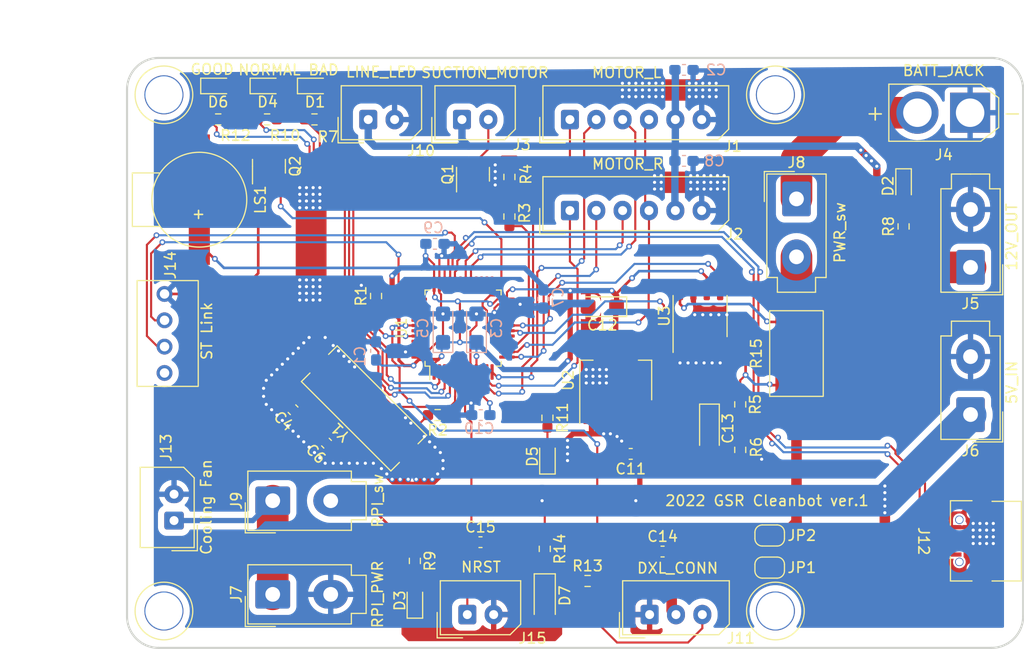
<source format=kicad_pcb>
(kicad_pcb (version 20211014) (generator pcbnew)
  (layers (0 "F.Cu" signal) (31 "B.Cu" signal) (34 "B.Paste" user) (35 "F.Paste" user) (36 "B.SilkS" user "B.Silkscreen") (37 "F.SilkS" user "F.Silkscreen") (38 "B.Mask" user) (39 "F.Mask" user) (44 "Edge.Cuts" user))
  (net 0 "")
  (net 1 "+3V3")
  (net 2 "GND")
  (net 3 "+12V")
  (net 4 "Net-(C4-Pad1)")
  (net 5 "Net-(C6-Pad1)")
  (net 6 "/BATT_PWR_ADC")
  (net 7 "Net-(C14-Pad2)")
  (net 8 "Net-(D1-Pad2)")
  (net 9 "Net-(D2-Pad2)")
  (net 10 "Net-(D3-Pad2)")
  (net 11 "Net-(D4-Pad2)")
  (net 12 "Net-(D5-Pad2)")
  (net 13 "Net-(D6-Pad2)")
  (net 14 "Net-(D7-Pad1)")
  (net 15 "/MOTOR_PWM_L")
  (net 16 "/MOTOR_DIR_L")
  (net 17 "/MOTOR_PLS_L")
  (net 18 "/MOTOR_EN")
  (net 19 "/MOTOR_PWM_R")
  (net 20 "/MOTOR_DIR_R")
  (net 21 "/MOTOR_PLS_R")
  (net 22 "Net-(J3-Pad2)")
  (net 23 "+BATT")
  (net 24 "5V_Reg_out")
  (net 25 "/DXL_UART")
  (net 29 "/SWDIO")
  (net 30 "/SWCLK")
  (net 31 "Net-(LS1-Pad2)")
  (net 32 "Net-(Q1-Pad1)")
  (net 33 "/BUZZER_PWM")
  (net 34 "Net-(R1-Pad1)")
  (net 35 "Net-(R2-Pad1)")
  (net 36 "/SUCTION_SIG")
  (net 37 "/PWR_BAD_LED")
  (net 38 "/PWR_NORM_LED")
  (net 39 "/PWR_GOOD_LED")
  (net 40 "/NRST")
  (net 42 "/SHUNT_V_H")
  (net 58 "/CURRENT_SENSE_ADC")
  (net 59 "+5V")
  (net 60 "/USBD-")
  (net 61 "/USBD+")
  (footprint "Package_SO:SOIC-8_3.9x4.9mm_P1.27mm" (layer "F.Cu") (at 54.356 -31.496 90)
    (fp_text reference "U3")
    (fp_text value "INA240A3D")
  )
  (footprint "Connector_Molex:Molex_SPOX_5267-03A_1x03_P2.50mm_Vertical" (layer "F.Cu") (at 49.57 -3.16)
    (fp_text reference "J11")
    (fp_text value "DXL_CONN")
  )
  (footprint "myFootprint:5045-04" (layer "F.Cu") (at 3.556 -26.095 90)
    (fp_text reference "J14")
    (fp_text value "ST Link")
  )
  (footprint "Resistor_SMD:R_0603_1608Metric_Pad0.98x0.95mm_HandSolder" (layer "F.Cu") (at 27.305 -8.255 -90)
    (fp_text reference "R9")
    (fp_text value "470")
  )
  (footprint "Resistor_SMD:R_0603_1608Metric_Pad0.98x0.95mm_HandSolder" (layer "F.Cu") (at 8.65 -50.165)
    (fp_text reference "R12")
    (fp_text value "470")
  )
  (footprint "Resistor_SMD:R_0603_1608Metric_Pad0.98x0.95mm_HandSolder" (layer "F.Cu") (at 36.2712 -44.704 90)
    (fp_text reference "R4")
    (fp_text value "10k")
  )
  (footprint "Capacitor_SMD:C_0603_1608Metric_Pad1.08x0.95mm_HandSolder" (layer "F.Cu") (at 15.748 -22.606 -45)
    (fp_text reference "C4")
    (fp_text value "20pF")
  )
  (footprint "LED_SMD:LED_0603_1608Metric_Pad1.05x0.95mm_HandSolder" (layer "F.Cu") (at 8.65 -53.34)
    (fp_text reference "D6")
    (fp_text value "GOOD")
  )
  (footprint "myFootprint:drill" (layer "F.Cu") (at 61.5 -52.5)
    (fp_text reference "REF**" hide)
    (fp_text value "drill")
  )
  (footprint "myFootprint:drill" (layer "F.Cu") (at 61.5 -3.5)
    (fp_text reference "REF**" hide)
    (fp_text value "drill")
  )
  (footprint "Jumper:SolderJumper-2_P1.3mm_Open_RoundedPad1.0x1.5mm" (layer "F.Cu") (at 60.96 -7.62)
    (fp_text reference "JP1")
    (fp_text value "5V")
  )
  (footprint "Resistor_SMD:R_0603_1608Metric_Pad0.98x0.95mm_HandSolder" (layer "F.Cu") (at 43.688 -6.35)
    (fp_text reference "R13")
    (fp_text value "10k")
  )
  (footprint "LED_SMD:LED_0603_1608Metric_Pad1.05x0.95mm_HandSolder" (layer "F.Cu") (at 73.66 -43.815 -90)
    (fp_text reference "D2")
    (fp_text value "LED")
  )
  (footprint "Resistor_SMD:R_0603_1608Metric_Pad0.98x0.95mm_HandSolder" (layer "F.Cu") (at 39.624 -9.398 -90)
    (fp_text reference "R14")
    (fp_text value "160")
  )
  (footprint "Resistor_SMD:R_0603_1608Metric_Pad0.98x0.95mm_HandSolder" (layer "F.Cu") (at 58.166 -23.114 -90)
    (fp_text reference "R5")
    (fp_text value "47k")
  )
  (footprint "Connector_Molex:Molex_Mini-Fit_Jr_5566-02A_2x01_P4.20mm_Vertical" (layer "F.Cu") (at 13.82 -13.97 90)
    (fp_text reference "J9")
    (fp_text value "RPI_sw")
  )
  (footprint "myFootprint:Shunt_6.3x3.3mm_SMD" (layer "F.Cu") (at 63.5 -27.94 90)
    (fp_text reference "R15")
    (fp_text value "I-sense")
  )
  (footprint "Resistor_SMD:R_0603_1608Metric_Pad0.98x0.95mm_HandSolder" (layer "F.Cu") (at 58.166 -18.796 90)
    (fp_text reference "R6")
    (fp_text value "10k")
  )
  (footprint "Package_TO_SOT_SMD:SOT-23" (layer "F.Cu") (at 13.462 -45.72 90)
    (fp_text reference "Q2")
    (fp_text value "KRC106S")
  )
  (footprint "Capacitor_SMD:C_0603_1608Metric_Pad1.08x0.95mm_HandSolder" (layer "F.Cu") (at 18.923 -19.431 135)
    (fp_text reference "C6")
    (fp_text value "20pF")
  )
  (footprint "LED_SMD:LED_0603_1608Metric_Pad1.05x0.95mm_HandSolder" (layer "F.Cu") (at 17.827 -53.34)
    (fp_text reference "D1")
    (fp_text value "BAD")
  )
  (footprint "Connector_Molex:Molex_SPOX_5267-02A_1x02_P2.50mm_Vertical" (layer "F.Cu") (at 4.46 -12.085 90)
    (fp_text reference "J13")
    (fp_text value "Cooling Fan")
  )
  (footprint "myFootprint:drill" (layer "F.Cu") (at 3.5 -3.5)
    (fp_text reference "REF**" hide)
    (fp_text value "drill")
  )
  (footprint "Connector_AMASS:AMASS_XT30U-F_1x02_P5.0mm_Vertical" (layer "F.Cu") (at 79.97 -50.8 180)
    (fp_text reference "J4")
    (fp_text value "BATT_JACK")
  )
  (footprint "Connector_Molex:Molex_SPOX_5267-02A_1x02_P2.50mm_Vertical" (layer "F.Cu") (at 32.278 -3.16)
    (fp_text reference "J15")
    (fp_text value "NRST")
  )
  (footprint "Resistor_SMD:R_0603_1608Metric_Pad0.98x0.95mm_HandSolder" (layer "F.Cu") (at 23.622 -33.401 90)
    (fp_text reference "R1")
    (fp_text value "10k")
  )
  (footprint "Connector_Molex:Molex_SPOX_5267-02A_1x02_P2.50mm_Vertical" (layer "F.Cu") (at 22.88 -50.15)
    (fp_text reference "J10")
    (fp_text value "LINE_LED")
  )
  (footprint "Connector_Molex:Molex_Mini-Fit_Jr_5566-02A_2x01_P4.20mm_Vertical" (layer "F.Cu") (at 13.82 -5.08 90)
    (fp_text reference "J7")
    (fp_text value "RPI_PWR")
  )
  (footprint "Capacitor_SMD:C_0603_1608Metric_Pad1.08x0.95mm_HandSolder" (layer "F.Cu") (at 33.528 -10.033)
    (fp_text reference "C15")
    (fp_text value "100nF")
  )
  (footprint "LED_SMD:LED_0603_1608Metric_Pad1.05x0.95mm_HandSolder" (layer "F.Cu") (at 13.335 -53.34)
    (fp_text reference "D4")
    (fp_text value "NORMAL")
  )
  (footprint "Resistor_SMD:R_0603_1608Metric_Pad0.98x0.95mm_HandSolder" (layer "F.Cu") (at 17.78 -50.165)
    (fp_text reference "R7")
    (fp_text value "470")
  )
  (footprint "Capacitor_Tantalum_SMD:CP_EIA-3216-18_Kemet-A" (layer "F.Cu") (at 45.085 -32.385 180)
    (fp_text reference "C12")
    (fp_text value "10uF")
  )
  (footprint "Resistor_SMD:R_0603_1608Metric_Pad0.98x0.95mm_HandSolder" (layer "F.Cu") (at 39.878 -21.844 -90)
    (fp_text reference "R11")
    (fp_text value "470")
  )
  (footprint "Package_TO_SOT_SMD:SOT-23" (layer "F.Cu") (at 32.8168 -44.958 90)
    (fp_text reference "Q1")
    (fp_text value "IRLML6244")
  )
  (footprint "Diode_SMD:D_SOD-123F" (layer "F.Cu") (at 39.624 -4.826 -90)
    (fp_text reference "D7")
    (fp_text value "BZT52Bxx")
  )
  (footprint "Connector_Molex:Molex_Mini-Fit_Jr_5566-02A_2x01_P4.20mm_Vertical" (layer "F.Cu") (at 80.01 -22.15 180)
    (fp_text reference "J6")
    (fp_text value "5V_IN")
  )
  (footprint "Capacitor_Tantalum_SMD:CP_EIA-3216-18_Kemet-A" (layer "F.Cu") (at 55.245 -20.828 -90)
    (fp_text reference "C13")
    (fp_text value "1uF")
  )
  (footprint "Connector_Molex:Molex_SPOX_5267-02A_1x02_P2.50mm_Vertical" (layer "F.Cu") (at 31.77 -50.15)
    (fp_text reference "J3")
    (fp_text value "SUCTION_MOTOR")
  )
  (footprint "myFootprint:BMX-2703" (layer "F.Cu") (at 5.08 -42.545 90)
    (fp_text reference "LS1")
    (fp_text value "BMX-2703")
  )
  (footprint "myFootprint:ATS-SMD Crystal" (layer "F.Cu") (at 22.479 -22.733 135)
    (fp_text reference "Y1")
    (fp_text value "8MHz")
  )
  (footprint "myFootprint:drill" (layer "F.Cu") (at 3.5 -52.5)
    (fp_text reference "REF**" hide)
    (fp_text value "drill")
  )
  (footprint "Connector_Molex:Molex_SPOX_5267-06A_1x06_P2.50mm_Vertical" (layer "F.Cu") (at 42.01 -41.514)
    (fp_text reference "J2")
    (fp_text value "MOTOR_R")
  )
  (footprint "Resistor_SMD:R_0603_1608Metric_Pad0.98x0.95mm_HandSolder" (layer "F.Cu") (at 73.66 -40.005 90)
    (fp_text reference "R8")
    (fp_text value "4.7k")
  )
  (footprint "Resistor_SMD:R_0603_1608Metric_Pad0.98x0.95mm_HandSolder" (layer "F.Cu") (at 13.288 -50.165)
    (fp_text reference "R10")
    (fp_text value "470")
  )
  (footprint "Jumper:SolderJumper-2_P1.3mm_Open_RoundedPad1.0x1.5mm" (layer "F.Cu") (at 60.96 -10.668)
    (fp_text reference "JP2")
    (fp_text value "12V")
  )
  (footprint "Resistor_SMD:R_0603_1608Metric_Pad0.98x0.95mm_HandSolder" (layer "F.Cu") (at 36.2712 -40.9448 90)
    (fp_text reference "R3")
    (fp_text value "1k")
  )
  (footprint "Resistor_SMD:R_0603_1608Metric_Pad0.98x0.95mm_HandSolder" (layer "F.Cu") (at 29.464 -22.098 180)
    (fp_text reference "R2")
    (fp_text value "0")
  )
  (footprint "LED_SMD:LED_0603_1608Metric_Pad1.05x0.95mm_HandSolder" (layer "F.Cu") (at 39.878 -18.161 90)
    (fp_text reference "D5")
    (fp_text value "LED")
  )
  (footprint "Package_QFP:LQFP-48_7x7mm_P0.5mm" (layer "F.Cu") (at 31.877 -30.353 90)
    (fp_text reference "U1")
    (fp_text value "STM32F103C8Tx")
  )
  (footprint "Package_TO_SOT_SMD:SOT-223-3_TabPin2" (layer "F.Cu") (at 46.355 -25.4 90)
    (fp_text reference "U2")
    (fp_text value "LD1117S33TR_SOT223")
  )
  (footprint "Connector_Molex:Molex_Mini-Fit_Jr_5566-02A_2x01_P4.20mm_Vertical" (layer "F.Cu") (at 63.5 -42.62)
    (fp_text reference "J8")
    (fp_text value "PWR_sw")
  )
  (footprint "Connector_Molex:Molex_SPOX_5267-06A_1x06_P2.50mm_Vertical" (layer "F.Cu") (at 42.01 -50.15)
    (fp_text reference "J1")
    (fp_text value "MOTOR_L")
  )
  (footprint "Connector_Molex:Molex_Mini-Fit_Jr_5566-02A_2x01_P4.20mm_Vertical" (layer "F.Cu") (at 80.01 -36.12 180)
    (fp_text reference "J5")
    (fp_text value "12V_OUT")
  )
  (footprint "myFootprint:USB_Micro_AB_HandSoldering" (layer "F.Cu") (at 82.55 -10.16 -90)
    (fp_text reference "J12")
    (fp_text value "CDC")
  )
  (footprint "Capacitor_SMD:C_0603_1608Metric_Pad1.08x0.95mm_HandSolder" (layer "F.Cu") (at 47.7785 -18.415 180)
    (fp_text reference "C11")
    (fp_text value "100nF")
  )
  (footprint "Capacitor_SMD:C_0603_1608Metric_Pad1.08x0.95mm_HandSolder" (layer "F.Cu") (at 50.8 -9.144)
    (fp_text reference "C14")
    (fp_text value "100nF")
  )
  (footprint "LED_SMD:LED_0603_1608Metric_Pad1.05x0.95mm_HandSolder" (layer "F.Cu") (at 27.305 -4.4825 90)
    (fp_text reference "D3")
    (fp_text value "LED")
  )
  (footprint "Capacitor_SMD:C_0603_1608Metric_Pad1.08x0.95mm_HandSolder" (layer "B.Cu") (at 52.832 -54.864)
    (fp_text reference "C2")
    (fp_text value "100nF")
  )
  (footprint "Capacitor_Tantalum_SMD:CP_EIA-3216-18_Kemet-A" (layer "B.Cu") (at 29.972 -30.353 90)
    (fp_text reference "C5")
    (fp_text value "4.7uF")
  )
  (footprint "Capacitor_Tantalum_SMD:CP_EIA-3216-18_Kemet-A" (layer "B.Cu") (at 33.147 -30.353 90)
    (fp_text reference "C3")
    (fp_text value "1uF")
  )
  (footprint "Capacitor_SMD:C_0603_1608Metric_Pad1.08x0.95mm_HandSolder" (layer "B.Cu") (at 39.497 -33.1205 -90)
    (fp_text reference "C7")
    (fp_text value "100nF")
  )
  (footprint "Capacitor_SMD:C_0603_1608Metric_Pad1.08x0.95mm_HandSolder" (layer "B.Cu") (at 52.832 -46.228)
    (fp_text reference "C8")
    (fp_text value "100nF")
  )
  (footprint "Capacitor_SMD:C_0603_1608Metric_Pad1.08x0.95mm_HandSolder" (layer "B.Cu") (at 23.622 -28.194 90)
    (fp_text reference "C1")
    (fp_text value "100nF")
  )
  (footprint "Capacitor_SMD:C_0603_1608Metric_Pad1.08x0.95mm_HandSolder" (layer "B.Cu") (at 29.21 -38.354)
    (fp_text reference "C9")
    (fp_text value "100nF")
  )
  (footprint "Capacitor_SMD:C_0603_1608Metric_Pad1.08x0.95mm_HandSolder" (layer "B.Cu") (at 33.5545 -22.098 180)
    (fp_text reference "C10")
    (fp_text value "100nF")
  )
  (gr_line locked (start 85 -53) (end 85 -3) (layer "Edge.Cuts") (width 0.2))
  (gr_arc locked (start 3 0) (mid 0.87868 -0.87868) (end 0 -3) (layer "Edge.Cuts") (width 0.2))
  (gr_arc locked (start 82 -56) (mid 84.12132 -55.12132) (end 85 -53) (layer "Edge.Cuts") (width 0.2))
  (gr_line locked (start 3 0) (end 82 0) (layer "Edge.Cuts") (width 0.2))
  (gr_line locked (start 3 -56) (end 82 -56) (layer "Edge.Cuts") (width 0.2))
  (gr_line locked (start 0 -3) (end 0 -53) (layer "Edge.Cuts") (width 0.2))
  (gr_arc locked (start 85 -3) (mid 84.12132 -0.87868) (end 82 0) (layer "Edge.Cuts") (width 0.2))
  (gr_arc locked (start 0 -53) (mid 0.87868 -55.12132) (end 3 -56) (layer "Edge.Cuts") (width 0.2))
  (gr_text "2022 GSR Cleanbot ver.1" (at 60.706 -13.97) (layer "F.SilkS") (effects (font (size 1 1))))
  (segment (start 27.178 -26.797) (end 27.178 -26.8732) (width 0.3) (layer "F.Cu") (net 1))
  (segment (start 26.289 -26.797) (end 27.178 -26.797) (width 0.3) (layer "F.Cu") (net 1))
  (segment (start 34.417 -23.241) (end 33.127 -24.531) (width 0.2) (layer "F.Cu") (net 1))
  (segment (start 8.3312 -36.9316) (end 8.2804 -36.9316) (width 0.25) (layer "F.Cu") (net 1))
  (segment (start 25.153937 -31.843663) (end 25.8064 -31.1912) (width 0.3) (layer "F.Cu") (net 1))
  (segment (start 42.037 -27.4574) (end 41.8084 -27.2288) (width 0.5) (layer "F.Cu") (net 1))
  (segment (start 34.436378 -32.648767) (end 34.683739 -32.648767) (width 0.2) (layer "F.Cu") (net 1))
  (segment (start 29.127 -34.5155) (end 29.127 -36.405) (width 0.2) (layer "F.Cu") (net 1))
  (segment (start 8.2804 -36.9316) (end 6.858 -38.354) (width 0.25) (layer "F.Cu") (net 1))
  (segment (start 54.4576 -35.7124) (end 54.991 -35.179) (width 0.25) (layer "F.Cu") (net 1))
  (segment (start 46.435 -32.385) (end 46.435 -33.6334) (width 0.25) (layer "F.Cu") (net 1))
  (segment (start 35.137972 -33.103) (end 36.0395 -33.103) (width 0.2) (layer "F.Cu") (net 1))
  (segment (start 29.127 -33.357) (end 29.127 -34.5155) (width 0.2) (layer "F.Cu") (net 1))
  (segment (start 54.991 -35.179) (end 54.991 -33.971) (width 0.25) (layer "F.Cu") (net 1))
  (segment (start 25.791489 -31.176289) (end 25.791489 -27.294511) (width 0.3) (layer "F.Cu") (net 1))
  (segment (start 29.5021 -27.3431) (end 29.127 -26.968) (width 0.2) (layer "F.Cu") (net 1))
  (segment (start 27.178 -26.8732) (end 27.686 -27.3812) (width 0.3) (layer "F.Cu") (net 1))
  (segment (start 34.683739 -32.648767) (end 35.137972 -33.103) (width 0.2) (layer "F.Cu") (net 1))
  (segment (start 45.466 -24.13) (end 41.2515 -24.13) (width 0.2) (layer "F.Cu") (net 1))
  (segment (start 36.322 -34.036) (end 36.0395 -33.7535) (width 0.2) (layer "F.Cu") (net 1))
  (segment (start 27.686 -27.3812) (end 29.464 -27.3812) (width 0.3) (layer "F.Cu") (net 1))
  (segment (start 46.435 -33.6334) (end 47.9044 -35.1028) (width 0.25) (layer "F.Cu") (net 1))
  (segment (start 29.127 -36.405) (end 28.321 -37.211) (width 0.2) (layer "F.Cu") (net 1))
  (segment (start 33.147 -27.686) (end 33.147 -26.2105) (width 0.2) (layer "F.Cu") (net 1))
  (segment (start 25.8064 -31.1912) (end 25.791489 -31.176289) (width 0.3) (layer "F.Cu") (net 1))
  (segment (start 54.4576 -35.7632) (end 54.4576 -35.7124) (width 0.25) (layer "F.Cu") (net 1))
  (segment (start 41.2515 -24.13) (end 39.878 -22.7565) (width 0.2) (layer "F.Cu") (net 1))
  (segment (start 46.435 -33.448) (end 45.974 -33.909) (width 0.5) (layer "F.Cu") (net 1))
  (segment (start 46.355 -23.241) (end 45.466 -24.13) (width 0.2) (layer "F.Cu") (net 1))
  (segment (start 46.355 -32.305) (end 46.435 -32.385) (width 0.5) (layer "F.Cu") (net 1))
  (segment (start 33.127 -24.531) (end 33.127 -26.1905) (width 0.2) (layer "F.Cu") (net 1))
  (segment (start 25.146 -35.306) (end 25.146 -31.9024) (width 0.5) (layer "F.Cu") (net 1))
  (segment (start 46.435 -32.385) (end 46.435 -33.448) (width 0.5) (layer "F.Cu") (net 1))
  (segment (start 36.576 -34.036) (end 36.322 -34.036) (width 0.2) (layer "F.Cu") (net 1))
  (segment (start 31.576 -29.003) (end 31.576 -32.686) (width 0.2) (layer "F.Cu") (net 1))
  (segment (start 42.037 -33.909) (end 42.037 -27.4574) (width 0.5) (layer "F.Cu") (net 1))
  (segment (start 46.355 -22.25) (end 46.355 -23.241) (width 0.2) (layer "F.Cu") (net 1))
  (segment (start 33.147 -26.2105) (end 33.127 -26.1905) (width 0.2) (layer "F.Cu") (net 1))
  (segment (start 29.21 -33.274) (end 29.127 -33.357) (width 0.2) (layer "F.Cu") (net 1))
  (segment (start 29.127 -26.968) (end 29.127 -26.1905) (width 0.2) (layer "F.Cu") (net 1))
  (segment (start 25.153937 -31.894463) (end 25.153937 -31.843663) (width 0.3) (layer "F.Cu") (net 1))
  (segment (start 25.791489 -27.294511) (end 26.289 -26.797) (width 0.3) (layer "F.Cu") (net 1))
  (segment (start 29.464 -27.3812) (end 29.5021 -27.3431) (width 0.3) (layer "F.Cu") (net 1))
  (segment (start 29.5021 -27.3431) (end 29.845 -27.686) (width 0.3) (layer "F.Cu") (net 1))
  (segment (start 36.0395 -33.7535) (end 36.0395 -33.103) (width 0.2) (layer "F.Cu") (net 1))
  (segment (start 31.576 -32.686) (end 31.369 -32.893) (width 0.2) (layer "F.Cu") (net 1))
  (segment (start 25.146 -31.9024) (end 25.153937 -31.894463) (width 0.3) (layer "F.Cu") (net 1))
  (segment (start 46.355 -28.55) (end 46.355 -22.25) (width 0.5) (layer "F.Cu") (net 1))
  (segment (start 46.355 -28.55) (end 46.355 -32.305) (width 0.5) (layer "F.Cu") (net 1))
  (via (at 42.037 -33.909) (size 0.55) (drill 0.3) (layers "F.Cu" "B.Cu") (net 1))
  (via (at 47.9044 -35.1028) (size 0.55) (drill 0.3) (layers "F.Cu" "B.Cu") (net 1))
  (via (at 28.321 -37.211) (size 0.55) (drill 0.3) (layers "F.Cu" "B.Cu") (net 1))
  (via (at 29.845 -27.686) (size 0.55) (drill 0.3) (layers "F.Cu" "B.Cu") (net 1))
  (via (at 31.576 -29.003) (size 0.55) (drill 0.3) (layers "F.Cu" "B.Cu") (net 1))
  (via (at 33.147 -27.686) (size 0.55) (drill 0.3) (layers "F.Cu" "B.Cu") (net 1))
  (via (at 27.178 -26.797) (size 0.55) (drill 0.3) (layers "F.Cu" "B.Cu") (net 1))
  (via (at 54.4576 -35.7632) (size 0.55) (drill 0.3) (layers "F.Cu" "B.Cu") (net 1))
  (via (at 41.8084 -27.2288) (size 0.55) (drill 0.3) (layers "F.Cu" "B.Cu") (net 1))
  (via (at 34.417 -23.241) (size 0.55) (drill 0.3) (layers "F.Cu" "B.Cu") (net 1))
  (via (at 8.3312 -36.9316) (size 0.55) (drill 0.3) (layers "F.Cu" "B.Cu") (net 1))
  (via (at 31.369 -32.893) (size 0.55) (drill 0.3) (layers "F.Cu" "B.Cu") (net 1))
  (via (at 36.576 -34.036) (size 0.55) (drill 0.3) (layers "F.Cu" "B.Cu") (net 1))
  (via (at 45.974 -33.909) (size 0.55) (drill 0.3) (layers "F.Cu" "B.Cu") (net 1))
  (via (at 29.21 -33.274) (size 0.55) (drill 0.3) (layers "F.Cu" "B.Cu") (net 1))
  (via (at 25.146 -35.306) (size 0.55) (drill 0.3) (layers "F.Cu" "B.Cu") (net 1))
  (via (at 34.436378 -32.648767) (size 0.55) (drill 0.3) (layers "F.Cu" "B.Cu") (net 1))
  (segment (start 37.719 -36.068) (end 28.702 -36.068) (width 0.5) (layer "B.Cu") (net 1))
  (segment (start 9.1948 -36.068) (end 8.3312 -36.9316) (width 0.25) (layer "B.Cu") (net 1))
  (segment (start 48.5648 -35.7632) (end 54.4576 -35.7632) (width 0.25) (layer "B.Cu") (net 1))
  (segment (start 40.9956 -26.416) (end 35.734 -26.416) (width 0.5) (layer "B.Cu") (net 1))
  (segment (start 28.321 -38.3275) (end 28.3475 -38.354) (width 0.2) (layer "B.Cu") (net 1))
  (segment (start 23.622 -27.3315) (end 24.1565 -26.797) (width 0.2) (layer "B.Cu") (net 1))
  (segment (start 29.591 -32.893) (end 29.21 -33.274) (width 0.2) (layer "B.Cu") (net 1))
  (segment (start 47.9044 -35.1028) (end 48.5648 -35.7632) (width 0.25) (layer "B.Cu") (net 1))
  (segment (start 28.321 -36.195) (end 28.448 -36.068) (width 0.5) (layer "B.Cu") (net 1))
  (segment (start 28.321 -36.449) (end 28.321 -36.195) (width 0.5) (layer "B.Cu") (net 1))
  (segment (start 28.448 -36.068) (end 27.94 -36.068) (width 0.5) (layer "B.Cu") (net 1))
  (segment (start 34.192145 -32.893) (end 31.369 -32.893) (width 0.2) (layer "B.Cu") (net 1))
  (segment (start 24.1565 -26.797) (end 27.178 -26.797) (width 0.2) (layer "B.Cu") (net 1))
  (segment (start 31.369 -32.893) (end 29.591 -32.893) (width 0.2) (layer "B.Cu") (net 1))
  (segment (start 39.571 -33.909) (end 39.497 -33.983) (width 0.5) (layer "B.Cu") (net 1))
  (segment (start 28.321 -37.211) (end 28.321 -38.3275) (width 0.2) (layer "B.Cu") (net 1))
  (segment (start 28.321 -36.449) (end 28.702 -36.068) (width 0.5) (layer "B.Cu") (net 1))
  (segment (start 28.321 -36.322) (end 28.575 -36.068) (width 0.5) (layer "B.Cu") (net 1))
  (segment (start 25.908 -36.068) (end 9.1948 -36.068) (width 0.25) (layer "B.Cu") (net 1))
  (segment (start 35.734 -26.416) (end 33.147 -29.003) (width 0.5) (layer "B.Cu") (net 1))
  (segment (start 34.417 -22.098) (end 34.417 -23.241) (width 0.2) (layer "B.Cu") (net 1))
  (segment (start 39.497 -34.29) (end 37.719 -36.068) (width 0.5) (layer "B.Cu") (net 1))
  (segment (start 28.575 -36.068) (end 28.448 -36.068) (width 0.5) (layer "B.Cu") (net 1))
  (segment (start 28.321 -36.449) (end 27.94 -36.068) (width 0.5) (layer "B.Cu") (net 1))
  (segment (start 25.908 -36.068) (end 25.146 -35.306) (width 0.5) (layer "B.Cu") (net 1))
  (segment (start 39.444 -34.036) (end 36.576 -34.036) (width 0.2) (layer "B.Cu") (net 1))
  (segment (start 33.147 -29.003) (end 29.972 -29.003) (width 0.2) (layer "B.Cu") (net 1))
  (segment (start 28.321 -36.449) (end 28.321 -36.322) (width 0.5) (layer "B.Cu") (net 1))
  (segment (start 28.321 -37.211) (end 28.321 -36.449) (width 0.5) (layer "B.Cu") (net 1))
  (segment (start 27.94 -36.068) (end 25.908 -36.068) (width 0.5) (layer "B.Cu") (net 1))
  (segment (start 29.845 -27.686) (end 29.845 -28.876) (width 0.2) (layer "B.Cu") (net 1))
  (segment (start 39.497 -33.983) (end 39.444 -34.036) (width 0.2) (layer "B.Cu") (net 1))
  (segment (start 34.436378 -32.648767) (end 34.192145 -32.893) (width 0.2) (layer "B.Cu") (net 1))
  (segment (start 39.497 -33.983) (end 39.497 -34.29) (width 0.5) (layer "B.Cu") (net 1))
  (segment (start 45.974 -33.909) (end 39.571 -33.909) (width 0.5) (layer "B.Cu") (net 1))
  (segment (start 41.8084 -27.2288) (end 40.9956 -26.416) (width 0.5) (layer "B.Cu") (net 1))
  (segment (start 28.702 -36.068) (end 28.575 -36.068) (width 0.5) (layer "B.Cu") (net 1))
  (segment (start 29.845 -28.876) (end 29.972 -29.003) (width 0.2) (layer "B.Cu") (net 1))
  (segment (start 33.147 -29.003) (end 33.147 -27.686) (width 0.2) (layer "B.Cu") (net 1))
  (segment (start 12.46 -53.34) (end 12.46 -54.215) (width 0.2) (layer "F.Cu") (net 2))
  (segment (start 7.775 -53.34) (end 8.664 -54.229) (width 0.2) (layer "F.Cu") (net 2))
  (segment (start 12.446 -54.229) (end 16.063 -54.229) (width 0.2) (layer "F.Cu") (net 2))
  (segment (start 34.3905 -10.033) (end 34.778 -9.6455) (width 0.2) (layer "F.Cu") (net 2))
  (segment (start 41.275 -17.272) (end 39.892 -17.272) (width 0.2) (layer "F.Cu") (net 2))
  (segment (start 27.7145 -28.103) (end 26.4266 -28.103) (width 0.2) (layer "F.Cu") (net 2))
  (segment (start 28.481651 -28.103) (end 29.972 -29.593349) (width 0.2) (layer "F.Cu") (net 2))
  (segment (start 26.4266 -28.103) (end 26.416 -28.0924) (width 0.2) (layer "F.Cu") (net 2))
  (segment (start 10.16 -33.528) (end 10.093 -33.595) (width 0.25) (layer "F.Cu") (net 2))
  (segment (start 39.892 -17.272) (end 39.878 -17.286) (width 0.2) (layer "F.Cu") (net 2))
  (segment (start 44.069 -20.32) (end 42.291 -20.32) (width 0.5) (layer "F.Cu") (net 2))
  (segment (start 76.708 -42.291) (end 77.343 -41.656) (width 0.25) (layer "F.Cu") (net 2))
  (segment (start 41.783 -19.812) (end 41.783 -19.685) (width 0.5) (layer "F.Cu") (net 2))
  (segment (start 45.212 -20.32) (end 45.847 -20.32) (width 0.5) (layer "F.Cu") (net 2))
  (segment (start 12.446 -35.56) (end 10.414 -33.528) (width 0.25) (layer "F.Cu") (net 2))
  (segment (start 29.627 -36.993) (end 29.627 -34.5155) (width 0.2) (layer "F.Cu") (net 2))
  (segment (start 29.845 -37.211) (end 29.627 -36.993) (width 0.2) (layer "F.Cu") (net 2))
  (segment (start 22.3285 -34.3135) (end 22.225 -34.417) (width 0.25) (layer "F.Cu") (net 2))
  (segment (start 16.063 -54.229) (end 16.952 -53.34) (width 0.2) (layer "F.Cu") (net 2))
  (segment (start 25.38 -53.32) (end 25.38 -50.15) (width 0.2) (layer "F.Cu") (net 2))
  (segment (start 32.627 -26.936) (end 32.627 -26.1905) (width 0.2) (layer "F.Cu") (net 2))
  (segment (start 12.512 -44.7825) (end 12.446 -44.7165) (width 0.25) (layer "F.Cu") (net 2))
  (segment (start 37.2766 -32.603) (end 36.0395 -32.603) (width 0.2) (layer "F.Cu") (net 2))
  (segment (start 16.063 -54.229) (end 24.511 -54.229) (width 0.2) (layer "F.Cu") (net 2))
  (segment (start 29.972 -29.593349) (end 29.972 -31.703) (width 0.2) (layer "F.Cu") (net 2))
  (segment (start 32.572489 -30.032489) (end 32.572489 -26.990511) (width 0.2) (layer "F.Cu") (net 2))
  (segment (start 27.7145 -28.103) (end 28.481651 -28.103) (width 0.2) (layer "F.Cu") (net 2))
  (segment (start 34.778 -9.6455) (end 34.778 -3.16) (width 0.2) (layer "F.Cu") (net 2))
  (segment (start 46.916 -18.415) (end 46.916 -19.632) (width 0.2) (layer "F.Cu") (net 2))
  (segment (start 8.664 -54.229) (end 12.446 -54.229) (width 0.2) (layer "F.Cu") (net 2))
  (segment (start 29.972 -31.703) (end 29.784511 -31.890489) (width 0.2) (layer "F.Cu") (net 2))
  (segment (start 41.783 -19.05) (end 41.783 -18.415) (width 0.5) (layer "F.Cu") (net 2))
  (segment (start 29.784511 -33.553489) (end 29.627 -33.711) (width 0.2) (layer "F.Cu") (net 2))
  (segment (start 32.572489 -26.990511) (end 32.627 -26.936) (width 0.2) (layer "F.Cu") (net 2))
  (segment (start 34.848942 -32.248964) (end 35.202978 -32.603) (width 0.2) (layer "F.Cu") (net 2))
  (segment (start 60.1745 -17.8835) (end 60.198 -17.907) (width 0.25) (layer "F.Cu") (net 2))
  (segment (start 23.622 -34.3135) (end 22.3285 -34.3135) (width 0.25) (layer "F.Cu") (net 2))
  (segment (start 10.414 -33.528) (end 10.16 -33.528) (width 0.25) (layer "F.Cu") (net 2))
  (segment (start 45.847 -20.32) (end 46.228 -20.32) (width 0.5) (layer "F.Cu") (net 2))
  (segment (start 73.66 -44.69) (end 74.817 -44.69) (width 0.25) (layer "F.Cu") (net 2))
  (segment (start 58.166 -17.8835) (end 60.1745 -17.8835) (width 0.25) (layer "F.Cu") (net 2))
  (segment (start 55.452 -19.478) (end 57.0465 -17.8835) (width 0.25) (layer "F.Cu") (net 2))
  (segment (start 33.147 -31.703) (end 33.147 -30.607) (width 0.2) (layer "F.Cu") (net 2))
  (segment (start 46.228 -20.32) (end 46.482 -20.066) (width 0.5) (layer "F.Cu") (net 2))
  (segment (start 77.47 -41.656) (end 77.506 -41.62) (width 0.25) (layer "F.Cu") (net 2))
  (segment (start 41.783 -17.78) (end 41.275 -17.272) (width 0.2) (layer "F.Cu") (net 2))
  (segment (start 37.2872 -32.6136) (end 37.2766 -32.603) (width 0.2) (layer "F.Cu") (net 2))
  (segment (start 10.093 -33.595) (end 3.556 -33.595) (width 0.25) (layer "F.Cu") (net 2))
  (segment (start 29.784511 -31.890489) (end 29.784511 -33.553489) (width 0.2) (layer "F.Cu") (net 2))
  (segment (start 32.639 -23.241) (end 32.639 -26.1785) (width 0.2) (layer "F.Cu") (net 2))
  (segment (start 25.4 -53.34) (end 25.38 -53.32) (width 0.2) (layer "F.Cu") (net 2))
  (segment (start 44.055 -20.334) (end 44.069 -20.32) (width 0.5) (layer "F.Cu") (net 2))
  (segment (start 35.202978 -32.603) (end 36.0395 -32.603) (width 0.2) (layer "F.Cu") (net 2))
  (segment (start 74.817 -44.69) (end 76.708 -42.799) (width 0.25) (layer "F.Cu") (net 2))
  (segment (start 24.511 -54.229) (end 25.4 -53.34) (width 0.2) (layer "F.Cu") (net 2))
  (segment (start 32.639 -26.1785) (end 32.627 -26.1905) (width 0.2) (layer "F.Cu") (net 2))
  (segment (start 29.627 -33.711) (end 29.627 -34.5155) (width 0.2) (layer "F.Cu") (net 2))
  (segment (start 46.482 -20.066) (end 46.916 -19.632) (width 0.5) (layer "F.Cu") (net 2))
  (segment (start 77.506 -41.62) (end 80.01 -41.62) (width 0.25) (layer "F.Cu") (net 2))
  (segment (start 57.0465 -17.8835) (end 58.166 -17.8835) (width 0.25) (layer "F.Cu") (net 2))
  (segment (start 44.055 -22.25) (end 44.055 -20.334) (width 0.5) (layer "F.Cu") (net 2))
  (segment (start 33.147 -30.607) (end 32.572489 -30.032489) (width 0.2) (layer "F.Cu") (net 2))
  (segment (start 12.46 -54.215) (end 12.446 -54.229) (width 0.2) (layer "F.Cu") (net 2))
  (segment (start 76.708 -42.799) (end 76.708 -42.291) (width 0.25) (layer "F.Cu") (net 2))
  (segment (start 77.343 -41.656) (end 77.47 -41.656) (width 0.25) (layer "F.Cu") (net 2))
  (segment (start 55.245 -19.478) (end 55.452 -19.478) (width 0.25) (layer "F.Cu") (net 2))
  (segment (start 34.848942 -31.830005) (end 34.848942 -32.248964) (width 0.2) (layer "F.Cu") (net 2))
  (segment (start 12.446 -44.7165) (end 12.446 -35.56) (width 0.25) (layer "F.Cu") (net 2))
  (segment (start 44.069 -20.32) (end 45.212 -20.32) (width 0.5) (layer "F.Cu") (net 2))
  (segment (start 42.291 -20.32) (end 41.783 -19.812) (width 0.5) (layer "F.Cu") (net 2))
  (segment (start 41.783 -19.685) (end 41.783 -19.05) (width 0.5) (layer "F.Cu") (net 2))
  (segment (start 41.783 -18.415) (end 41.783 -17.78) (width 0.5) (layer "F.Cu") (net 2))
  (via (at 16.256 -20.066) (size 0.55) (drill 0.3) (layers "F.Cu" "B.Cu") (net 2))
  (via (at 44.831 -26.416) (size 0.55) (drill 0.3) (layers "F.Cu" "B.Cu") (net 2))
  (via (at 17.78 -18.542) (size 0.55) (drill 0.3) (layers "F.Cu" "B.Cu") (net 2))
  (via (at 20.066 -28.194) (size 0.55) (drill 0.3) (layers "F.Cu" "B.Cu") (net 2))
  (via (at 43.561 -25.146) (size 0.55) (drill 0.3) (layers "F.Cu" "B.Cu") (net 2))
  (via (at 12.954 -23.876) (size 0.55) (drill 0.3) (layers "F.Cu" "B.Cu") (net 2))
  (via (at 41.783 -19.685) (size 0.55) (drill 0.3) (layers "F.Cu" "B.Cu") (net 2))
  (via (at 29.972 -17.018) (size 0.55) (drill 0.3) (layers "F.Cu" "B.Cu") (net 2))
  (via (at 21.59 -26.67) (size 0.55) (drill 0.3) (layers "F.Cu" "B.Cu") (net 2))
  (via (at 17.018 -33.02) (size 0.55) (drill 0.3) (layers "F.Cu" "B.Cu") (net 2))
  (via (at 50.038715 -44.191233) (size 0.55) (drill 0.3) (layers "F.Cu" "B.Cu") (net 2))
  (via (at 17.018 -43.053) (size 0.55) (drill 0.3) (layers "F.Cu" "B.Cu") (net 2))
  (via (at 41.783 -19.05) (size 0.55) (drill 0.3) (layers "F.Cu" "B.Cu") (net 2))
  (via (at 50.671034 -44.831) (size 0.55) (drill 0.3) (layers "F.Cu" "B.Cu") (net 2))
  (via (at 17.653 -33.655) (size 0.55) (drill 0.3) (layers "F.Cu" "B.Cu") (net 2))
  (via (at 29.464 -16.51) (size 0.55) (drill 0.3) (layers "F.Cu" "B.Cu") (net 2))
  (via (at 17.653 -41.783) (size 0.55) (drill 0.3) (layers "F.Cu" "B.Cu") (net 2))
  (via (at 18.288 -18.034) (size 0.55) (drill 0.3) (layers "F.Cu" "B.Cu") (net 2))
  (via (at 53.34 -52.959) (size 0.55) (drill 0.3) (layers "F.Cu" "B.Cu") (net 2))
  (via (at 19.558 -28.702) (size 0.55) (drill 0.3) (layers "F.Cu" "B.Cu") (net 2))
  (via (at 16.764 -19.558) (size 0.55) (drill 0.3) (layers "F.Cu" "B.Cu") (net 2))
  (via (at 16.383 -43.688) (size 0.55) (drill 0.3) (layers "F.Cu" "B.Cu") (net 2))
  (via (at 18.288 -34.29) (size 0.55) (drill 0.3) (layers "F.Cu" "B.Cu") (net 2))
  (via (at 26.416 -28.0924) (size 0.55) (drill 0.3) (layers "F.Cu" "B.Cu") (net 2))
  (via (at 14.224 -22.098) (size 0.55) (drill 0.3) (layers "F.Cu" "B.Cu") (net 2))
  (via (at 54.102715 -43.556233) (size 0.55) (drill 0.3) (layers "F.Cu" "B.Cu") (net 2))
  (via (at 18.288 -41.783) (size 0.55) (drill 0.3) (layers "F.Cu" "B.Cu") (net 2))
  (via (at 18.288 -43.688) (size 0.55) (drill 0.3) (layers "F.Cu" "B.Cu") (net 2))
  (via (at 29.845 -37.211) (size 0.55) (drill 0.3) (layers "F.Cu" "B.Cu") (net 2))
  (via (at 22.225 -34.417) (size 0.55) (drill 0.3) (layers "F.Cu" "B.Cu") (net 2))
  (via (at 23.368 -17.526) (size 0.55) (drill 0.3) (layers "F.Cu" "B.Cu") (net 2))
  (via (at 18.796 -29.464) (size 0.55) (drill 0.3) (layers "F.Cu" "B.Cu") (net 2))
  (via (at 13.208 -25.4) (size 0.55) (drill 0.3) (layers "F.Cu" "B.Cu") (net 2))
  (via (at 17.272 -29.464) (size 0.55) (drill 0.3) (layers "F.Cu" "B.Cu") (net 2))
  (via (at 55.245 -52.959) (size 0.55) (drill 0.3) (layers "F.Cu" "B.Cu") (net 2))
  (via (at 50.162319 -52.963767) (size 0.55) (drill 0.3) (layers "F.Cu" "B.Cu") (net 2))
  (via (at 45.466 -26.416) (size 0.55) (drill 0.3) (layers "F.Cu" "B.Cu") (net 2))
  (via (at 80.264 -11.176) (size 0.55) (drill 0.3) (layers "F.Cu" "B.Cu") (net 2))
  (via (at 55.499 -27.051) (size 0.55) (drill 0.3) (layers "F.Cu" "B.Cu") (net 2))
  (via (at 29.210002 -19.05413) (size 0.55) (drill 0.3) (layers "F.Cu" "B.Cu") (net 2))
  (via (at 55.245 -53.594) (size 0.55) (drill 0.3) (layers "F.Cu" "B.Cu") (net 2))
  (via (at 14.732 -21.59) (size 0.55) (drill 0.3) (layers "F.Cu" "B.Cu") (net 2))
  (via (at 15.748 -27.94) (size 0.55) (drill 0.3) (layers "F.Cu" "B.Cu") (net 2))
  (via (at 44.196 -26.416) (size 0.55) (drill 0.3) (layers "F.Cu" "B.Cu") (net 2))
  (via (at 22.606 -17.526) (size 0.55) (drill 0.3) (layers "F.Cu" "B.Cu") (net 2))
  (via (at 53.848 -31.623) (size 0.55) (drill 0.3) (layers "F.Cu" "B.Cu") (net 2))
  (via (at 46.482 -20.066) (size 0.55) (drill 0.3) (layers "F.Cu" "B.Cu") (net 2))
  (via (at 16.256 -28.448) (size 0.55) (drill 0.3) (layers "F.Cu" "B.Cu") (net 2))
  (via (at 53.34 -53.594) (size 0.55) (drill 0.3) (layers "F.Cu" "B.Cu") (net 2))
  (via (at 55.88 -52.959) (size 0.55) (drill 0.3) (layers "F.Cu" "B.Cu") (net 2))
  (via (at 55.88 -53.594) (size 0.55) (drill 0.3) (layers "F.Cu" "B.Cu") (net 2))
  (via (at 46.916 -19.632) (size 0.55) (drill 0.3) (layers "F.Cu" "B.Cu") (net 2))
  (via (at 80.264 -11.811) (size 0.55) (drill 0.3) (layers "F.Cu" "B.Cu") (net 2))
  (via (at 17.018 -34.29) (size 0.55) (drill 0.3) (layers "F.Cu" "B.Cu") (net 2))
  (via (at 50.799285 -52.328767) (size 0.55) (drill 0.3) (layers "F.Cu" "B.Cu") (net 2))
  (via (at 46.99 -52.959) (size 0.55) (drill 0.3) (layers "F.Cu" "B.Cu") (net 2))
  (via (at 14.224 -26.416) (size 0.55) (drill 0.3) (layers "F.Cu" "B.Cu") (net 2))
  (via (at 53.975 -52.959) (size 0.55) (drill 0.3) (layers "F.Cu" "B.Cu") (net 2))
  (via (at 13.716 -25.908) (size 0.55) (drill 0.3) (layers "F.Cu" "B.Cu") (net 2))
  (via (at 44.196 -25.146) (size 0.55) (drill 0.3) (layers "F.Cu" "B.Cu") (net 2))
  (via (at 54.737715 -43.556233) (size 0.55) (drill 0.3) (layers "F.Cu" "B.Cu") (net 2))
  (via (at 17.653 -33.02) (size 0.55) (drill 0.3) (layers "F.Cu" "B.Cu") (net 2))
  (via (at 18.288 -33.655) (size 0.55) (drill 0.3) (layers "F.Cu" "B.Cu") (net 2))
  (via (at 45.212 -20.32) (size 0.55) (drill 0.3) (layers "F.Cu" "B.Cu") (net 2))
  (via (at 17.653 -43.688) (size 0.55) (drill 0.3) (layers "F.Cu" "B.Cu") (net 2))
  (via (at 20.32 -17.526) (size 0.55) (drill 0.3) (layers "F.Cu" "B.Cu") (net 2))
  (via (at 20.574 -27.686) (size 0.55) (drill 0.3) (layers "F.Cu" "B.Cu") (net 2))
  (via (at 50.671034 -44.196) (size 0.55) (drill 0.3) (layers "F.Cu" "B.Cu") (net 2))
  (via (at 37.2872 -32.6136) (size 0.55) (drill 0.3) (layers "F.Cu" "B.Cu") (net 2))
  (via (at 54.61 -52.324) (size 0.55) (drill 0.3) (layers "F.Cu" "B.Cu") (net 2))
  (via (at 80.264 -9.906) (size 0.55) (drill 0.3) (layers "F.Cu" "B.Cu") (net 2))
  (via (at 18.288 -34.925) (size 0.55) (drill 0.3) (layers "F.Cu" "B.Cu") (net 2))
  (via (at 80.899 -9.906) (size 0.55) (drill 0.3) (layers "F.Cu" "B.Cu") (net 2))
  (via (at 17.272 -19.05) (size 0.55) (drill 0.3) (layers "F.Cu" "B.Cu") (net 2))
  (via (at 50.038715 -43.556233) (size 0.55) (drill 0.3) (layers "F.Cu" "B.Cu") (net 2))
  (via (at 19.558 -17.526) (size 0.55) (drill 0.3) (layers "F.Cu" "B.Cu") (net 2))
  (via (at 21.082 -17.526) (size 0.55) (drill 0.3) (layers "F.Cu" "B.Cu") (net 2))
  (via (at 52.451 -27.051) (size 0.55) (drill 0.3) (layers "F.Cu" "B.Cu") (net 2))
  (via (at 45.847 -20.32) (size 0.55) (drill 0.3) (layers "F.Cu" "B.Cu") (net 2))
  (via (at 50.799285 -52.963767) (size 0.55) (drill 0.3) (layers "F.Cu" "B.Cu") (net 2))
  (via (at 47.625 -52.324) (size 0.55) (drill 0.3) (layers "F.Cu" "B.Cu") (net 2))
  (via (at 55.372 -31.623) (size 0.55) (drill 0.3) (layers "F.Cu" "B.Cu") (net 2))
  (via (at 26.67 -16.002) (size 0.55) (drill 0.3) (layers "F.Cu" "B.Cu") (net 2))
  (via (at 17.653 -34.925) (size 0.55) (drill 0.3) (layers "F.Cu" "B.Cu") (net 2))
  (via (at 56.642 -44.831) (size 0.55) (drill 0.3) (layers "F.Cu" "B.Cu") (net 2))
  (via (at 14.732 -26.924) (size 0.55) (drill 0.3) (layers "F.Cu" "B.Cu") (net 2))
  (via (at 81.534 -11.811) (size 0.55) (drill 0.3) (layers "F.Cu" "B.Cu") (net 2))
  (via (at 53.975 -53.594) (size 0.55) (drill 0.3) (layers "F.Cu" "B.Cu") (net 2))
  (via (at 17.018 -42.418) (size 0.55) (drill 0.3) (layers "F.Cu" "B.Cu") (net 2))
  (via (at 18.288 -42.418) (size 0.55) (drill 0.3) (layers "F.Cu" "B.Cu") (net 2))
  (via (at 54.102715 -44.191233) (size 0.55) (drill 0.3) (layers "F.Cu" "B.Cu") (net 2))
  (via (at 16.383 -42.418) (size 0.55) (drill 0.3) (layers "F.Cu" "B.Cu") (net 2))
  (via (at 82.169 -11.811) (size 0.55) (drill 0.3) (layers "F.Cu" "B.Cu") (net 2))
  (via (at 43.561 -25.781) (size 0.55) (drill 0.3) (layers "F.Cu" "B.Cu") (net 2))
  (via (at 41.783 -17.78) (size 0.55) (drill 0.3) (layers "F.Cu" "B.Cu") (net 2))
  (via (at 53.467715 -44.826233) (size 0.55) (drill 0.3) (layers "F.Cu" "B.Cu") (net 2))
  (via (at 16.383 -34.29) (size 0.55) (drill 0.3) (layers "F.Cu" "B.Cu") (net 2))
  (via (at 21.844 -17.526) (size 0.55) (drill 0.3) (layers "F.Cu" "B.Cu") (net 2))
  (via (at 45.466 -25.146) (size 0.55) (drill 0.3) (layers "F.Cu" "B.Cu") (net 2))
  (via (at 34.925 -43.942) (size 0.55) (drill 0.3) (layers "F.Cu" "B.Cu") (net 2))
  (via (at 53.34 -52.324) (size 0.55) (drill 0.3) (layers "F.Cu" "B.Cu") (net 2))
  (via (at 48.26 -52.324) (size 0.55) (drill 0.3) (layers "F.Cu" "B.Cu") (net 2))
  (via (at 56.642 -44.196) (size 0.55) (drill 0.3) (layers "F.Cu" "B.Cu") (net 2))
  (via (at 48.26 -53.594) (size 0.55) (drill 0.3) (layers "F.Cu" "B.Cu") (net 2))
  (via (at 44.196 -25.781) (size 0.55) (drill 0.3) (layers "F.Cu" "B.Cu") (net 2))
  (via (at 60.198 -17.907) (size 0.55) (drill 0.3) (layers "F.Cu" "B.Cu") (net 2))
  (via (at 17.653 -34.29) (size 0.55) (drill 0.3) (layers "F.Cu" "B.Cu") (net 2))
  (via (at 34.925 -45.847) (size 0.55) (drill 0.3) (layers "F.Cu" "B.Cu") (net 2))
  (via (at 47.625 -52.959) (size 0.55) (drill 0.3) (layers "F.Cu" "B.Cu") (net 2))
  (via (at 27.432 -16.002) (size 0.55) (drill 0.3) (layers "F.Cu" "B.Cu") (net 2))
  (via (at 53.213 -27.051) (size 0.55) (drill 0.3) (layers "F.Cu" "B.Cu") (net 2))
  (via (at 25.908 -16.002) (size 0.55) (drill 0.3) (layers "F.Cu" "B.Cu") (net 2))
  (via (at 50.162319 -53.598767) (size 0.55) (drill 0.3) (layers "F.Cu" "B.Cu") (net 2))
  (via (at 54.737715 -44.826233) (size 0.55) (drill 0.3) (layers "F.Cu" "B.Cu") (net 2))
  (via (at 24.13 -17.018) (size 0.55) (drill 0.3) (layers "F.Cu" "B.Cu") (net 2))
  (via (at 50.799285 -53.598767) (size 0.55) (drill 0.3) (layers "F.Cu" "B.Cu") (net 2))
  (via (at 15.24 -21.082) (size 0.55) (drill 0.3) (layers "F.Cu" "B.Cu") (net 2))
  (via (at 29.718 -18.542) (size 0.55) (drill 0.3) (layers "F.Cu" "B.Cu") (net 2))
  (via (at 16.383 -33.655) (size 0.55) (drill 0.3) (layers "F.Cu" "B.Cu") (net 2))
  (via (at 49.53 -52.324) (size 0.55) (drill 0.3) (layers "F.Cu" "B.Cu") (net 2))
  (via (at 43.561 -26.416) (size 0.55) (drill 0.3) (layers "F.Cu" "B.Cu") (net 2))
  (via (at 54.61 -31.623) (size 0.55) (drill 0.3) (layers "F.Cu" "B.Cu") (net 2))
  (via (at 34.925 -44.577) (size 0.55) (drill 0.3) (layers "F.Cu" "B.Cu") (net 2))
  (via (at 56.134 -31.623) (size 0.55) (drill 0.3) (layers "F.Cu" "B.Cu") (net 2))
  (via (at 56.005034 -44.831) (size 0.55) (drill 0.3) (layers "F.Cu" "B.Cu") (net 2))
  (via (at 21.082 -27.178) (size 0.55) (drill 0.3) (layers "F.Cu" "B.Cu") (net 2))
  (via (at 49.53 -52.959) (size 0.55) (drill 0.3) (layers "F.Cu" "B.Cu") (net 2))
  (via (at 44.831 -25.146) (size 0.55) (drill 0.3) (layers "F.Cu" "B.Cu") (net 2))
  (via (at 26.416 -21.844) (size 0.55) (drill 0.3) (layers "F.Cu" "B.Cu") (net 2))
  (via (at 17.018 -43.688) (size 0.55) (drill 0.3) (layers "F.Cu" "B.Cu") (net 2))
  (via (at 82.169 -10.541) (size 0.55) (drill 0.3) (layers "F.Cu" "B.Cu") (net 2))
  (via (at 41.783 -18.415) (size 0.55) (drill 0.3) (layers "F.Cu" "B.Cu") (net 2))
  (via (at 32.639 -23.241) (size 0.55) (drill 0.3) (layers "F.Cu" "B.Cu") (net 2))
  (via (at 26.924 -21.336) (size 0.55) (drill 0.3) (layers "F.Cu" "B.Cu") (net 2))
  (via (at 18.288 -33.02) (size 0.55) (drill 0.3) (layers "F.Cu" "B.Cu") (net 2))
  (via (at 24.638 -16.51) (size 0.55) (drill 0.3) (layers "F.Cu" "B.Cu") (net 2))
  (via (at 56.005034 -44.196) (size 0.55) (drill 0.3) (layers "F.Cu" "B.Cu") (net 2))
  (via (at 80.899 -10.541) (size 0.55) (drill 0.3) (layers "F.Cu" "B.Cu") (net 2))
  (via (at 18.796 -17.526) (size 0.55) (drill 0.3) (layers "F.Cu" "B.Cu") (net 2))
  (via (at 53.467715 -43.556233) (size 0.55) (drill 0.3) (layers "F.Cu" "B.Cu") (net 2))
  (via (at 28.69984 -19.558395) (size 0.55) (drill 0.3) (layers "F.Cu" "B.Cu") (net 2))
  (via (at 16.383 -34.925) (size 0.55) (drill 0.3) (layers "F.Cu" "B.Cu") (net 2))
  (via (at 45.466 -25.781) (size 0.55) (drill 0.3) (layers "F.Cu" "B.Cu") (net 2))
  (via (at 34.925 -45.212) (size 0.55) (drill 0.3) (layers "F.Cu" "B.Cu") (net 2))
  (via (at 55.372715 -43.556233) (size 0.55) (drill 0.3) (layers "F.Cu" "B.Cu") (net 2))
  (via (at 54.61 -53.594) (size 0.55) (drill 0.3) (layers "F.Cu" "B.Cu") (net 2))
  (via (at 13.208 -23.114) (size 0.55) (drill 0.3) (layers "F.Cu" "B.Cu") (net 2))
  (via (at 25.146 -16.002) (size 0.55) (drill 0.3) (layers "F.Cu" "B.Cu") (net 2))
  (via (at 16.764 -28.956) (size 0.55) (drill 0.3) (layers "F.Cu" "B.Cu") (net 2))
  (via (at 18.288 -43.053) (size 0.55) (drill 0.3) (layers "F.Cu" "B.Cu") (net 2))
  (via (at 49.53 -53.594) (size 0.55) (drill 0.3) (layers "F.Cu" "B.Cu") (net 2))
  (via (at 81.534 -11.176) (size 0.55) (drill 0.3) (layers "F.Cu" "B.Cu") (net 2))
  (via (at 34.848942 -31.830005) (size 0.55) (drill 0.3) (layers "F.Cu" "B.Cu") (net 2))
  (via (at 48.895 -52.959) (size 0.55) (drill 0.3) (layers "F.Cu" "B.Cu") (net 2))
  (via (at 50.162319 -52.328767) (size 0.55) (drill 0.3) (layers "F.Cu" "B.Cu") (net 2))
  (via (at 47.625 -53.594) (size 0.55) (drill 0.3) (layers "F.Cu" "B.Cu") (net 2))
  (via (at 29.972 -31.703) (size 0.55) (drill 0.3) (layers "F.Cu" "B.Cu") (net 2))
  (via (at 54.737 -27.051) (size 0.55) (drill 0.3) (layers "F.Cu" "B.Cu") (net 2))
  (via (at 50.671034 -43.561) (size 0.55) (drill 0.3) (layers "F.Cu" "B.Cu") (net 2))
  (via (at 48.26 -52.959) (size 0.55) (drill 0.3) (layers "F.Cu" "B.Cu") (net 2))
  (via (at 17.018 -34.925) (size 0.55) (drill 0.3) (layers "F.Cu" "B.Cu") (net 2))
  (via (at 55.372715 -44.826233) (size 0.55) (drill 0.3) (layers "F.Cu" "B.Cu") (net 2))
  (via (at 56.005034 -43.561) (size 0.55) (drill 0.3) (layers "F.Cu" "B.Cu") (net 2))
  (via (at 28.194 -20.066) (size 0.55) (drill 0.3) (layers "F.Cu" "B.Cu") (net 2))
  (via (at 50.038715 -44.826233) (size 0.55) (drill 0.3) (layers "F.Cu" "B.Cu") (net 2))
  (via (at 80.264 -10.541) (size 0.55) (drill 0.3) (layers "F.Cu" "B.Cu") (net 2))
  (via (at 17.018 -33.655) (size 0.55) (drill 0.3) (layers "F.Cu" "B.Cu") (net 2))
  (via (at 80.899 -11.176) (size 0.55) (drill 0.3) (layers "F.Cu" "B.Cu") (net 2))
  (via (at 17.653 -42.418) (size 0.55) (drill 0.3) (layers "F.Cu" "B.Cu") (net 2))
  (via (at 55.88 -52.324) (size 0.55) (drill 0.3) (layers "F.Cu" "B.Cu") (net 2))
  (via (at 54.102715 -44.826233) (size 0.55) (drill 0.3) (layers "F.Cu" "B.Cu") (net 2))
  (via (at 16.383 -43.053) (size 0.55) (drill 0.3) (layers "F.Cu" "B.Cu") (net 2))
  (via (at 82.169 -9.906) (size 0.55) (drill 0.3) (layers "F.Cu" "B.Cu") (net 2))
  (via (at 13.716 -22.606) (size 0.55) (drill 0.3) (layers "F.Cu" "B.Cu") (net 2))
  (via (at 28.194 -16.002) (size 0.55) (drill 0.3) (layers "F.Cu" "B.Cu") (net 2))
  (via (at 81.534 -9.906) (size 0.55) (drill 0.3) (layers "F.Cu" "B.Cu") (net 2))
  (via (at 48.895 -53.594) (size 0.55) (drill 0.3) (layers "F.Cu" "B.Cu") (net 2))
  (via (at 15.24 -27.432) (size 0.55) (drill 0.3) (layers "F.Cu" "B.Cu") (net 2))
  (via (at 44.831 -25.781) (size 0.55) (drill 0.3) (layers "F.Cu" "B.Cu") (net 2))
  (via (at 55.372715 -44.191233) (size 0.55) (drill 0.3) (layers "F.Cu" "B.Cu") (net 2))
  (via (at 82.169 -11.176) (size 0.55) (drill 0.3) (layers "F.Cu" "B.Cu") (net 2))
  (via (at 28.956 -16.002) (size 0.55) (drill 0.3) (layers "F.Cu" "B.Cu") (net 2))
  (via (at 16.383 -33.02) (size 0.55) (drill 0.3) (layers "F.Cu" "B.Cu") (net 2))
  (via (at 17.018 -41.783) (size 0.55) (drill 0.3) (layers "F.Cu" "B.Cu") (net 2))
  (via (at 46.99 -53.594) (size 0.55) (drill 0.3) (layers "F.Cu" "B.Cu") (net 2))
  (via (at 53.975 -27.051) (size 0.55) (drill 0.3) (layers "F.Cu" "B.Cu") (net 2))
  (via (at 56.261 -27.051) (size 0.55) (drill 0.3) (layers "F.Cu" "B.Cu") (net 2))
  (via (at 53.467715 -44.191233) (size 0.55) (drill 0.3) (layers "F.Cu" "B.Cu") (net 2))
  (via (at 46.99 -52.324) (size 0.55) (drill 0.3) (layers "F.Cu" "B.Cu") (net 2))
  (via (at 54.737715 -44.191233) (size 0.55) (drill 0.3) (layers "F.Cu" "B.Cu") (net 2))
  (via (at 29.972 -17.78) (size 0.55) (drill 0.3) (layers "F.Cu" "B.Cu") (net 2))
  (via (at 16.383 -41.783) (size 0.55) (drill 0.3) (layers "F.Cu" "B.Cu") (net 2))
  (via (at 80.899 -11.811) (size 0.55) (drill 0.3) (layers "F.Cu" "B.Cu") (net 2))
  (via (at 53.975 -52.324) (size 0.55) (drill 0.3) (layers "F.Cu" "B.Cu") (net 2))
  (via (at 12.954 -24.638) (size 0.55) (drill 0.3) (layers "F.Cu" "B.Cu") (net 2))
  (via (at 56.642 -43.561) (size 0.55) (drill 0.3) (layers "F.Cu" "B.Cu") (net 2))
  (via (at 81.534 -10.541) (size 0.55) (drill 0.3) (layers "F.Cu" "B.Cu") (net 2))
  (via (at 56.896 -31.623) (size 0.55) (drill 0.3) (layers "F.Cu" "B.Cu") (net 2))
  (via (at 54.61 -52.959) (size 0.55) (drill 0.3) (layers "F.Cu" "B.Cu") (net 2))
  (via (at 15.748 -20.574) (size 0.55) (drill 0.3) (layers "F.Cu" "B.Cu") (net 2))
  (via (at 33.147 -31.703) (size 0.55) (drill 0.3) (layers "F.Cu" "B.Cu") (net 2))
  (via (at 17.653 -43.053) (size 0.55) (drill 0.3) (layers "F.Cu" "B.Cu") (net 2))
  (via (at 55.245 -52.324) (size 0.55) (drill 0.3) (layers "F.Cu" "B.Cu") (net 2))
  (via (at 48.895 -52.324) (size 0.55) (drill 0.3) (layers "F.Cu" "B.Cu") (net 2))
  (segment (start 30.0725 -37.4385) (end 29.845 -37.211) (width 0.2) (layer "B.Cu") (net 2))
  (segment (start 26.3906 -28.067) (end 24.511 -28.067) (width 0.2) (layer "B.Cu") (net 2))
  (segment (start 23.622 -29.0565) (end 23.622 -28.956) (width 0.2) (layer "B.Cu") (net 2))
  (segment (start 37.2872 -32.6136) (end 39.1414 -32.6136) (width 0.2) (layer "B.Cu") (net 2))
  (segment (start 33.147 -31.703) (end 34.721937 -31.703) (width 0.2) (layer "B.Cu") (net 2))
  (segment (start 23.622 -28.956) (end 24.511 -28.067) (width 0.2) (layer "B.Cu") (net 2))
  (segment (start 30.0725 -38.354) (end 30.0725 -37.4385) (width 0.2) (layer "B.Cu") (net 2))
  (segment (start 32.692 -22.098) (end 32.692 -23.188) (width 0.2) (layer "B.Cu") (net 2))
  (segment (start 32.692 -23.188) (end 32.639 -23.241) (width 0.2) (layer "B.Cu") (net 2))
  (segment (start 39.1414 -32.6136) (end 39.497 -32.258) (width 0.2) (layer "B.Cu") (net 2))
  (segment (start 29.972 -31.703) (end 33.147 -31.703) (width 0.25) (layer "B.Cu") (net 2))
  (segment (start 34.721937 -31.703) (end 34.848942 -31.830005) (width 0.2) (layer "B.Cu") (net 2))
  (segment (start 26.416 -28.0924) (end 26.3906 -28.067) (width 0.2) (layer "B.Cu") (net 2))
  (segment (start 63.5 -24.94) (end 61.039 -24.94) (width 0.25) (layer "F.Cu") (net 3))
  (segment (start 63.5 -11.938) (end 63.5 -24.94) (width 1) (layer "F.Cu") (net 3))
  (segment (start 69.215 -26.67) (end 67.485 -24.94) (width 3) (layer "F.Cu") (net 3))
  (segment (start 52.451 -30.099) (end 52.451 -29.021) (width 0.25) (layer "F.Cu") (net 3))
  (segment (start 61.039 -24.94) (end 60.96 -25.019) (width 0.25) (layer "F.Cu") (net 3))
  (segment (start 70.612 -46.228) (end 70.104 -46.736) (width 0.7) (layer "F.Cu") (net 3))
  (segment (start 58.166 -25.4) (end 58.166 -24.0265) (width 0.2) (layer "F.Cu") (net 3))
  (segment (start 58.674 -29.718) (end 57.658 -30.734) (width 0.25) (layer "F.Cu") (net 3))
  (segment (start 73.66 -39.0925) (end 73.66 -36.195) (width 0.25) (layer "F.Cu") (net 3))
  (segment (start 53.086 -30.734) (end 52.451 -30.099) (width 0.25) (layer "F.Cu") (net 3))
  (segment (start 69.215 -31.75) (end 69.215 -26.67) (width 3) (layer "F.Cu") (net 3))
  (segment (start 62.23 -10.668) (end 63.5 -11.938) (width 1) (layer "F.Cu") (net 3))
  (segment (start 58.674 -25.908) (end 58.166 -25.4) (width 0.2) (layer "F.Cu") (net 3))
  (segment (start 70.104 -46.736) (end 69.596 -47.244) (width 0.7) (layer "F.Cu") (net 3))
  (segment (start 67.485 -24.94) (end 63.5 -24.94) (width 3) (layer "F.Cu") (net 3))
  (segment (start 61.61 -10.668) (end 62.23 -10.668) (width 1) (layer "F.Cu") (net 3))
  (segment (start 71.12 -45.72) (end 70.612 -46.228) (width 0.7) (layer "F.Cu") (net 3))
  (segment (start 57.658 -30.734) (end 53.086 -30.734) (width 0.25) (layer "F.Cu") (net 3))
  (segment (start 73.66 -36.195) (end 73.585 -36.12) (width 0.25) (layer "F.Cu") (net 3))
  (segment (start 71.12 -33.655) (end 69.215 -31.75) (width 3) (layer "F.Cu") (net 3))
  (segment (start 58.674 -25.908) (end 58.674 -29.718) (width 0.25) (layer "F.Cu") (net 3))
  (segment (start 73.585 -36.12) (end 71.12 -33.655) (width 3) (layer "F.Cu") (net 3))
  (segment (start 80.01 -36.12) (end 73.585 -36.12) (width 3) (layer "F.Cu") (net 3))
  (segment (start 71.12 -45.72) (end 71.12 -33.655) (width 0.7) (layer "F.Cu") (net 3))
  (via (at 58.674 -25.908) (size 0.55) (drill 0.3) (layers "F.Cu" "B.Cu") (net 3))
  (via (at 71.12 -45.72) (size 0.55) (drill 0.3) (layers "F.Cu" "B.Cu") (net 3))
  (via (at 70.104 -46.736) (size 0.55) (drill 0.3) (layers "F.Cu" "B.Cu") (net 3))
  (via (at 70.612 -46.228) (size 0.55) (drill 0.3) (layers "F.Cu" "B.Cu") (net 3))
  (via (at 60.96 -25.019) (size 0.55) (drill 0.3) (layers "F.Cu" "B.Cu") (net 3))
  (via (at 69.596 -47.244) (size 0.55) (drill 0.3) (layers "F.Cu" "B.Cu") (net 3))
  (segment (start 52.01 -50.15) (end 52.01 -54.8235) (width 0.7) (layer "B.Cu") (net 3))
  (segment (start 52.01 -47.6412) (end 51.9938 -47.625) (width 0.7) (layer "B.Cu") (net 3))
  (segment (start 59.563 -25.019) (end 60.96 -25.019) (width 0.25) (layer "B.Cu") (net 3))
  (segment (start 51.9938 -47.625) (end 32.385 -47.625) (width 0.7) (layer "B.Cu") (net 3))
  (segment (start 51.9695 -46.228) (end 51.9695 -47.6007) (width 0.7) (layer "B.Cu") (net 3))
  (segment (start 32.385 -47.625) (end 23.495 -47.625) (width 0.7) (layer "B.Cu") (net 3))
  (segment (start 23.495 -47.625) (end 22.88 -48.24) (width 0.7) (layer "B.Cu") (net 3))
  (segment (start 32.385 -47.625) (end 31.77 -48.24) (width 0.7) (layer "B.Cu") (net 3))
  (segment (start 51.9695 -41.5545) (end 52.01 -41.514) (width 0.7) (layer "B.Cu") (net 3))
  (segment (start 51.9938 -47.625) (end 69.215 -47.625) (width 0.7) (layer "B.Cu") (net 3))
  (segment (start 69.596 -47.244) (end 69.215 -47.625) (width 0.7) (layer "B.Cu") (net 3))
  (segment (start 31.77 -48.24) (end 31.77 -50.15) (width 0.7) (layer "B.Cu") (net 3))
  (segment (start 51.9695 -46.228) (end 51.9695 -41.5545) (width 0.7) (layer "B.Cu") (net 3))
  (segment (start 70.104 -46.736) (end 70.612 -46.228) (width 0.7) (layer "B.Cu") (net 3))
  (segment (start 58.674 -25.908) (end 59.563 -25.019) (width 0.25) (layer "B.Cu") (net 3))
  (segment (start 22.88 -48.24) (end 22.88 -50.15) (width 0.7) (layer "B.Cu") (net 3))
  (segment (start 52.01 -54.8235) (end 51.9695 -54.864) (width 0.7) (layer "B.Cu") (net 3))
  (segment (start 51.9695 -47.6007) (end 51.9938 -47.625) (width 0.7) (layer "B.Cu") (net 3))
  (segment (start 70.612 -46.228) (end 71.12 -45.72) (width 0.7) (layer "B.Cu") (net 3))
  (segment (start 52.01 -50.15) (end 52.01 -47.6412) (width 0.7) (layer "B.Cu") (net 3))
  (segment (start 31.115 -23.368) (end 30.61952 -22.87252) (width 0.2) (layer "F.Cu") (net 4))
  (segment (start 22.041243 -26.091757) (end 19.120243 -26.091757) (width 0.2) (layer "F.Cu") (net 4))
  (segment (start 30.61952 -22.87252) (end 25.26048 -22.87252) (width 0.2) (layer "F.Cu") (net 4))
  (segment (start 31.115 -23.876) (end 31.115 -23.368) (width 0.2) (layer "F.Cu") (net 4))
  (segment (start 17.920486 -24.892) (end 19.120243 -26.091757) (width 0.2) (layer "F.Cu") (net 4))
  (segment (start 15.13812 -23.21588) (end 16.81424 -24.892) (width 0.2) (layer "F.Cu") (net 4))
  (segment (start 25.26048 -22.87252) (end 22.041243 -26.091757) (width 0.2) (layer "F.Cu") (net 4))
  (segment (start 16.81424 -24.892) (end 17.920486 -24.892) (width 0.2) (layer "F.Cu") (net 4))
  (segment (start 31.127 -23.888) (end 31.115 -23.876) (width 0.2) (layer "F.Cu") (net 4))
  (segment (start 31.127 -26.1905) (end 31.127 -23.888) (width 0.2) (layer "F.Cu") (net 4))
  (segment (start 25.837757 -19.374243) (end 20.086003 -19.374243) (width 0.2) (layer "F.Cu") (net 5))
  (segment (start 20.086003 -19.374243) (end 19.53288 -18.82112) (width 0.2) (layer "F.Cu") (net 5))
  (segment (start 28.5515 -22.087986) (end 28.5515 -22.098) (width 0.2) (layer "F.Cu") (net 5))
  (segment (start 25.837757 -19.374243) (end 28.5515 -22.087986) (width 0.2) (layer "F.Cu") (net 5))
  (segment (start 58.166 -22.2015) (end 58.166 -19.7085) (width 0.2) (layer "F.Cu") (net 6))
  (segment (start 50.927 -26.289) (end 53.086 -24.13) (width 0.2) (layer "F.Cu") (net 6))
  (segment (start 55.2685 -22.2015) (end 55.245 -22.178) (width 0.2) (layer "F.Cu") (net 6))
  (segment (start 55.198 -22.225) (end 53.594 -22.225) (width 0.2) (layer "F.Cu") (net 6))
  (segment (start 58.166 -22.2015) (end 55.2685 -22.2015) (width 0.2) (layer "F.Cu") (net 6))
  (segment (start 37.087805 -30.103) (end 36.0395 -30.103) (width 0.2) (layer "F.Cu") (net 6))
  (segment (start 55.245 -22.178) (end 55.198 -22.225) (width 0.2) (layer "F.Cu") (net 6))
  (segment (start 53.594 -22.225) (end 53.086 -22.733) (width 0.2) (layer "F.Cu") (net 6))
  (segment (start 37.290995 -29.89981) (end 37.087805 -30.103) (width 0.2) (layer "F.Cu") (net 6))
  (segment (start 50.927 -26.289) (end 50.927 -32.512) (width 0.2) (layer "F.Cu") (net 6))
  (segment (start 50.927 -32.512) (end 50.546 -32.893) (width 0.2) (layer "F.Cu") (net 6))
  (segment (start 53.086 -22.733) (end 53.086 -24.13) (width 0.2) (layer "F.Cu") (net 6))
  (via (at 37.290995 -29.89981) (size 0.55) (drill 0.3) (layers "F.Cu" "B.Cu") (net 6))
  (via (at 50.546 -32.893) (size 0.55) (drill 0.3) (layers "F.Cu" "B.Cu") (net 6))
  (segment (start 50.546 -32.893) (end 45.339 -32.893) (width 0.2) (layer "B.Cu") (net 6))
  (segment (start 40.56781 -29.89981) (end 42.291 -31.623) (width 0.2) (layer "B.Cu") (net 6))
  (segment (start 45.339 -32.893) (end 44.069 -31.623) (width 0.2) (layer "B.Cu") (net 6))
  (segment (start 40.56781 -29.89981) (end 37.290995 -29.89981) (width 0.2) (layer "B.Cu") (net 6))
  (segment (start 44.069 -31.623) (end 42.291 -31.623) (width 0.2) (layer "B.Cu") (net 6))
  (segment (start 59.436 -7.62) (end 57.912 -9.144) (width 1) (layer "F.Cu") (net 7))
  (segment (start 51.6625 -9.144) (end 57.912 -9.144) (width 1) (layer "F.Cu") (net 7))
  (segment (start 57.912 -9.144) (end 59.436 -10.668) (width 1) (layer "F.Cu") (net 7))
  (segment (start 51.6625 -9.144) (end 51.6625 -3.5675) (width 1) (layer "F.Cu") (net 7))
  (segment (start 51.6625 -3.5675) (end 52.07 -3.16) (width 1) (layer "F.Cu") (net 7))
  (segment (start 59.436 -10.668) (end 60.31 -10.668) (width 1) (layer "F.Cu") (net 7))
  (segment (start 60.31 -7.62) (end 59.436 -7.62) (width 1) (layer "F.Cu") (net 7))
  (segment (start 18.702 -50.1745) (end 18.702 -53.34) (width 0.2) (layer "F.Cu") (net 8))
  (segment (start 18.6925 -50.165) (end 18.702 -50.1745) (width 0.2) (layer "F.Cu") (net 8))
  (segment (start 73.66 -40.9175) (end 73.66 -42.94) (width 0.25) (layer "F.Cu") (net 9))
  (segment (start 27.305 -7.3425) (end 27.305 -5.3575) (width 0.25) (layer "F.Cu") (net 10))
  (segment (start 14.21 -53.34) (end 14.21 -50.1745) (width 0.2) (layer "F.Cu") (net 11))
  (segment (start 14.21 -50.1745) (end 14.2005 -50.165) (width 0.2) (layer "F.Cu") (net 11))
  (segment (start 39.878 -20.9315) (end 39.878 -19.036) (width 0.2) (layer "F.Cu") (net 12))
  (segment (start 9.525 -53.34) (end 9.525 -50.2025) (width 0.2) (layer "F.Cu") (net 13))
  (segment (start 9.525 -50.2025) (end 9.5625 -50.165) (width 0.2) (layer "F.Cu") (net 13))
  (segment (start 39.624 -8.4855) (end 39.624 -6.226) (width 0.2) (layer "F.Cu") (net 14))
  (segment (start 42.6515 -6.226) (end 42.7755 -6.35) (width 0.2) (layer "F.Cu") (net 14))
  (segment (start 39.624 -6.226) (end 42.6515 -6.226) (width 0.2) (layer "F.Cu") (net 14))
  (segment (start 34.842846 -24.142497) (end 35.2552 -24.142497) (width 0.2) (layer "F.Cu") (net 15))
  (segment (start 33.627 -25.358343) (end 34.842846 -24.142497) (width 0.2) (layer "F.Cu") (net 15))
  (segment (start 38.513281 -41.053281) (end 42.01 -44.55) (width 0.2) (layer "F.Cu") (net 15))
  (segment (start 37.4904 -26.67) (end 38.51328 -27.69288) (width 0.2) (layer "F.Cu") (net 15))
  (segment (start 33.627 -26.1905) (end 33.627 -25.358343) (width 0.2) (layer "F.Cu") (net 15))
  (segment (start 42.01 -44.55) (end 42.01 -50.15) (width 0.2) (layer "F.Cu") (net 15))
  (segment (start 38.51328 -27.69288) (end 38.513281 -41.053281) (width 0.2) (layer "F.Cu") (net 15))
  (segment (start 37.4904 -24.3175) (end 37.4904 -26.67) (width 0.2) (layer "F.Cu") (net 15))
  (via (at 37.4904 -24.3175) (size 0.55) (drill 0.3) (layers "F.Cu" "B.Cu") (net 15))
  (via (at 35.2552 -24.142497) (size 0.55) (drill 0.3) (layers "F.Cu" "B.Cu") (net 15))
  (segment (start 35.2552 -24.142497) (end 37.315397 -24.142497) (width 0.2) (layer "B.Cu") (net 15))
  (segment (start 37.315397 -24.142497) (end 37.4904 -24.3175) (width 0.2) (layer "B.Cu") (net 15))
  (segment (start 35.2552 -25.7048) (end 35.1127 -25.7048) (width 0.2) (layer "F.Cu") (net 16))
  (segment (start 38.354 -26.7716) (end 38.9128 -27.3304) (width 0.2) (layer "F.Cu") (net 16))
  (segment (start 43.36048 -36.95968) (end 43.1292 -36.7284) (width 0.2) (layer "F.Cu") (net 16))
  (segment (start 38.9128 -35.6616) (end 38.9128 -27.3304) (width 0.2) (layer "F.Cu") (net 16))
  (segment (start 43.36048 -48.84688) (end 44.51 -49.9964) (width 0.2) (layer "F.Cu") (net 16))
  (segment (start 38.354 -26.7716) (end 38.354 -25.6915) (width 0.2) (layer "F.Cu") (net 16))
  (segment (start 39.3192 -36.068) (end 38.9128 -35.6616) (width 0.2) (layer "F.Cu") (net 16))
  (segment (start 44.51 -50.15) (end 44.51 -49.9964) (width 0.2) (layer "F.Cu") (net 16))
  (segment (start 35.1127 -25.7048) (end 34.627 -26.1905) (width 0.2) (layer "F.Cu") (net 16))
  (segment (start 43.36048 -48.84688) (end 43.36048 -36.95968) (width 0.2) (layer "F.Cu") (net 16))
  (via (at 39.3192 -36.068) (size 0.55) (drill 0.3) (layers "F.Cu" "B.Cu") (net 16))
  (via (at 38.354 -25.6915) (size 0.55) (drill 0.3) (layers "F.Cu" "B.Cu") (net 16))
  (via (at 35.2552 -25.7048) (size 0.55) (drill 0.3) (layers "F.Cu" "B.Cu") (net 16))
  (via (at 43.1292 -36.7284) (size 0.55) (drill 0.3) (layers "F.Cu" "B.Cu") (net 16))
  (segment (start 35.2685 -25.6915) (end 35.2552 -25.7048) (width 0.2) (layer "B.Cu") (net 16))
  (segment (start 42.4688 -36.068) (end 39.3192 -36.068) (width 0.2) (layer "B.Cu") (net 16))
  (segment (start 43.1292 -36.7284) (end 42.4688 -36.068) (width 0.2) (layer "B.Cu") (net 16))
  (segment (start 38.354 -25.6915) (end 35.2685 -25.6915) (width 0.2) (layer "B.Cu") (net 16))
  (segment (start 32.627 -34.5155) (end 32.627 -36.183) (width 0.2) (layer "F.Cu") (net 17))
  (segment (start 47.625 -38.1) (end 48.2092 -38.6842) (width 0.2) (layer "F.Cu") (net 17))
  (segment (start 48.2092 -38.6842) (end 48.2092 -48.9508) (width 0.2) (layer "F.Cu") (net 17))
  (segment (start 32.627 -36.183) (end 33.528 -37.084) (width 0.2) (layer "F.Cu") (net 17))
  (segment (start 48.2092 -48.9508) (end 47.01 -50.15) (width 0.2) (layer "F.Cu") (net 17))
  (via (at 47.625 -38.1) (size 0.55) (drill 0.3) (layers "F.Cu" "B.Cu") (net 17))
  (via (at 33.528 -37.084) (size 0.55) (drill 0.3) (layers "F.Cu" "B.Cu") (net 17))
  (segment (start 47.625 -38.1) (end 46.863 -37.338) (width 0.2) (layer "B.Cu") (net 17))
  (segment (start 46.863 -37.338) (end 33.782 -37.338) (width 0.2) (layer "B.Cu") (net 17))
  (segment (start 33.782 -37.338) (end 33.528 -37.084) (width 0.2) (layer "B.Cu") (net 17))
  (segment (start 37.044118 -28.103) (end 36.0395 -28.103) (width 0.2) (layer "F.Cu") (net 18))
  (segment (start 37.693918 -28.7528) (end 37.93878 -28.7528) (width 0.2) (layer "F.Cu") (net 18))
  (segment (start 49.4792 -31.8516) (end 49.4792 -34.3408) (width 0.2) (layer "F.Cu") (net 18))
  (segment (start 49.149 -41.656) (end 49.149 -49.911) (width 0.2) (layer "F.Cu") (net 18))
  (segment (start 49.51 -34.3716) (end 49.51 -41.514) (width 0.2) (layer "F.Cu") (net 18))
  (segment (start 49.51 -41.514) (end 49.291 -41.514) (width 0.2) (layer "F.Cu") (net 18))
  (segment (start 49.4792 -34.3408) (end 49.51 -34.3716) (width 0.2) (layer "F.Cu") (net 18))
  (segment (start 49.388 -50.15) (end 49.149 -49.911) (width 0.2) (layer "F.Cu") (net 18))
  (segment (start 48.514 -30.8864) (end 49.4792 -31.8516) (width 0.2) (layer "F.Cu") (net 18))
  (segment (start 49.51 -50.15) (end 49.388 -50.15) (width 0.2) (layer "F.Cu") (net 18))
  (segment (start 37.044118 -28.103) (end 37.693918 -28.7528) (width 0.2) (layer "F.Cu") (net 18))
  (segment (start 49.291 -41.514) (end 49.149 -41.656) (width 0.2) (layer "F.Cu") (net 18))
  (via (at 37.93878 -28.7528) (size 0.55) (drill 0.3) (layers "F.Cu" "B.Cu") (net 18))
  (via (at 48.514 -30.8864) (size 0.55) (drill 0.3) (layers "F.Cu" "B.Cu") (net 18))
  (segment (start 37.93878 -28.7528) (end 37.954491 -28.768511) (width 0.2) (layer "B.Cu") (net 18))
  (segment (start 42.4688 -30.8864) (end 48.514 -30.8864) (width 0.2) (layer "B.Cu") (net 18))
  (segment (start 40.350911 -28.768511) (end 42.4688 -30.8864) (width 0.2) (layer "B.Cu") (net 18))
  (segment (start 37.954491 -28.768511) (end 40.350911 -28.768511) (width 0.2) (layer "B.Cu") (net 18))
  (segment (start 42.418 -26.7716) (end 42.73548 -27.08908) (width 0.2) (layer "F.Cu") (net 19))
  (segment (start 34.127 -26.1905) (end 34.127 -25.423349) (width 0.2) (layer "F.Cu") (net 19))
  (segment (start 34.658349 -24.892) (end 35.2552 -24.892) (width 0.2) (layer "F.Cu") (net 19))
  (segment (start 42.73548 -35.95372) (end 42.01 -36.6792) (width 0.2) (layer "F.Cu") (net 19))
  (segment (start 42.73548 -27.08908) (end 42.73548 -35.95372) (width 0.2) (layer "F.Cu") (net 19))
  (segment (start 34.127 -25.423349) (end 34.658349 -24.892) (width 0.2) (layer "F.Cu") (net 19))
  (segment (start 42.01 -36.6792) (end 42.01 -41.514) (width 0.2) (layer "F.Cu") (net 19))
  (via (at 42.418 -26.7716) (size 0.55) (drill 0.3) (layers "F.Cu" "B.Cu") (net 19))
  (via (at 35.2552 -24.892) (size 0.55) (drill 0.3) (layers "F.Cu" "B.Cu") (net 19))
  (segment (start 42.418 -26.7716) (end 40.5384 -24.892) (width 0.2) (layer "B.Cu") (net 19))
  (segment (start 40.5384 -24.892) (end 35.2552 -24.892) (width 0.2) (layer "B.Cu") (net 19))
  (segment (start 36.0395 -27.603) (end 37.3566 -27.603) (width 0.2) (layer "F.Cu") (net 20))
  (segment (start 39.5224 -33.9344) (end 40.894 -35.306) (width 0.2) (layer "F.Cu") (net 20))
  (segment (start 44.51 -35.9248) (end 44.51 -41.514) (width 0.2) (layer "F.Cu") (net 20))
  (segment (start 37.3566 -27.603) (end 37.3888 -27.6352) (width 0.2) (layer "F.Cu") (net 20))
  (segment (start 39.5224 -28.194) (end 39.5224 -33.9344) (width 0.2) (layer "F.Cu") (net 20))
  (segment (start 44.5008 -35.9156) (end 44.51 -35.9248) (width 0.2) (layer "F.Cu") (net 20))
  (via (at 37.3888 -27.6352) (size 0.55) (drill 0.3) (layers "F.Cu" "B.Cu") (net 20))
  (via (at 44.5008 -35.9156) (size 0.55) (drill 0.3) (layers "F.Cu" "B.Cu") (net 20))
  (via (at 40.894 -35.306) (size 0.55) (drill 0.3) (layers "F.Cu" "B.Cu") (net 20))
  (via (at 39.5224 -28.194) (size 0.55) (drill 0.3) (layers "F.Cu" "B.Cu") (net 20))
  (segment (start 40.894 -35.306) (end 43.8912 -35.306) (width 0.2) (layer "B.Cu") (net 20))
  (segment (start 43.8912 -35.306) (end 44.5008 -35.9156) (width 0.2) (layer "B.Cu") (net 20))
  (segment (start 38.9636 -27.6352) (end 39.5224 -28.194) (width 0.2) (layer "B.Cu") (net 20))
  (segment (start 37.3888 -27.6352) (end 38.9636 -27.6352) (width 0.2) (layer "B.Cu") (net 20))
  (segment (start 32.127 -36.737806) (end 33.052779 -37.663585) (width 0.2) (layer "F.Cu") (net 21))
  (segment (start 46.736 -38.227) (end 47.01 -38.501) (width 0.2) (layer "F.Cu") (net 21))
  (segment (start 32.127 -34.5155) (end 32.127 -36.737806) (width 0.2) (layer "F.Cu") (net 21))
  (segment (start 47.01 -38.501) (end 47.01 -41.514) (width 0.2) (layer "F.Cu") (net 21))
  (via (at 46.736 -38.227) (size 0.55) (drill 0.3) (layers "F.Cu" "B.Cu") (net 21))
  (via (at 33.052779 -37.663585) (size 0.55) (drill 0.3) (layers "F.Cu" "B.Cu") (net 21))
  (segment (start 46.355 -37.846) (end 33.235194 -37.846) (width 0.2) (layer "B.Cu") (net 21))
  (segment (start 33.235194 -37.846) (end 33.052779 -37.663585) (width 0.2) (layer "B.Cu") (net 21))
  (segment (start 46.736 -38.227) (end 46.355 -37.846) (width 0.2) (layer "B.Cu") (net 21))
  (segment (start 34.27 -47.3487) (end 34.27 -50.15) (width 0.2) (layer "F.Cu") (net 22))
  (segment (start 32.8168 -45.8955) (end 34.27 -47.3487) (width 0.2) (layer "F.Cu") (net 22))
  (segment (start 63.5 -46.355) (end 63.5 -42.62) (width 3) (layer "F.Cu") (net 23))
  (segment (start 67.945 -50.8) (end 63.5 -46.355) (width 3) (layer "F.Cu") (net 23))
  (segment (start 74.97 -50.8) (end 67.945 -50.8) (width 3) (layer "F.Cu") (net 23))
  (segment (start 71.882 -13.462) (end 71.882 -13.97) (width 1) (layer "F.Cu") (net 24))
  (segment (start 48.641 -18.415) (end 48.641 -14.351) (width 0.5) (layer "F.Cu") (net 24))
  (segment (start 27.305 -9.1675) (end 22.5025 -13.97) (width 0.25) (layer "F.Cu") (net 24))
  (segment (start 70.612 -7.62) (end 61.61 -7.62) (width 1) (layer "F.Cu") (net 24))
  (segment (start 39.624 -10.3105) (end 39.624 -13.716) (width 0.2) (layer "F.Cu") (net 24))
  (segment (start 71.882 -8.89) (end 70.612 -7.62) (width 1) (layer "F.Cu") (net 24))
  (segment (start 39.624 -13.716) (end 39.37 -13.97) (width 0.2) (layer "F.Cu") (net 24))
  (segment (start 71.882 -13.97) (end 71.882 -14.097) (width 1) (layer "F.Cu") (net 24))
  (segment (start 71.882 -12.827) (end 71.882 -13.462) (width 1) (layer "F.Cu") (net 24))
  (segment (start 48.641 -22.236) (end 48.655 -22.25) (width 0.5) (layer "F.Cu") (net 24))
  (segment (start 48.641 -18.415) (end 48.641 -22.236) (width 0.5) (layer "F.Cu") (net 24))
  (segment (start 48.641 -14.351) (end 48.26 -13.97) (width 0.5) (layer "F.Cu") (net 24))
  (segment (start 71.882 -14.097) (end 71.882 -14.732) (width 1) (layer "F.Cu") (net 24))
  (segment (start 22.5025 -13.97) (end 19.32 -13.97) (width 0.25) (layer "F.Cu") (net 24))
  (segment (start 71.882 -14.732) (end 71.882 -15.367) (width 1) (layer "F.Cu") (net 24))
  (segment (start 71.882 -12.827) (end 71.882 -8.89) (width 1) (layer "F.Cu") (net 24))
  (via (at 71.882 -13.462) (size 0.55) (drill 0.3) (layers "F.Cu" "B.Cu") (net 24))
  (via (at 71.882 -14.732) (size 0.55) (drill 0.3) (layers "F.Cu" "B.Cu") (net 24))
  (via (at 71.882 -14.097) (size 0.55) (drill 0.3) (layers "F.Cu" "B.Cu") (net 24))
  (via (at 48.26 -13.97) (size 0.55) (drill 0.3) (layers "F.Cu" "B.Cu") (net 24))
  (via (at 71.882 -15.367) (size 0.55) (drill 0.3) (layers "F.Cu" "B.Cu") (net 24))
  (via (at 71.882 -12.827) (size 0.55) (drill 0.3) (layers "F.Cu" "B.Cu") (net 24))
  (via (at 39.37 -13.97) (size 0.55) (drill 0.3) (layers "F.Cu" "B.Cu") (net 24))
  (segment (start 39.37 -13.97) (end 19.32 -13.97) (width 3) (layer "B.Cu") (net 24))
  (segment (start 71.882 -13.97) (end 80.01 -22.098) (width 3) (layer "B.Cu") (net 24))
  (segment (start 71.882 -13.97) (end 48.26 -13.97) (width 3) (layer "B.Cu") (net 24))
  (segment (start 48.26 -13.97) (end 39.37 -13.97) (width 3) (layer "B.Cu") (net 24))
  (segment (start 80.01 -22.098) (end 80.01 -22.15) (width 3) (layer "B.Cu") (net 24))
  (segment (start 25.8572 -26.593083) (end 25.166989 -27.283294) (width 0.2) (layer "F.Cu") (net 25))
  (segment (start 26.797 -23.44702) (end 25.8572 -24.38682) (width 0.2) (layer "F.Cu") (net 25))
  (segment (start 44.6024 -19.3548) (end 44.6024 -6.3519) (width 0.2) (layer "F.Cu") (net 25))
  (segment (start 44.6024 -6.3519) (end 44.6005 -6.35) (width 0.2) (layer "F.Cu") (net 25))
  (segment (start 46.482 -0.508) (end 53.213 -0.508) (width 0.2) (layer "F.Cu") (net 25))
  (segment (start 44.6005 -2.3895) (end 46.482 -0.508) (width 0.2) (layer "F.Cu") (net 25))
  (segment (start 27.7145 -30.603) (end 26.437389 -30.603) (width 0.2) (layer "F.Cu") (net 25))
  (segment (start 44.6005 -6.35) (end 44.6005 -2.3895) (width 0.2) (layer "F.Cu") (net 25))
  (segment (start 26.437389 -30.603) (end 26.415989 -30.5816) (width 0.2) (layer "F.Cu") (net 25))
  (segment (start 53.213 -0.508) (end 54.57 -1.865) (width 0.2) (layer "F.Cu") (net 25))
  (segment (start 54.57 -1.865) (end 54.57 -3.16) (width 0.2) (layer "F.Cu") (net 25))
  (segment (start 25.166989 -27.283294) (end 25.166989 -30.3784) (width 0.2) (layer "F.Cu") (net 25))
  (segment (start 25.8572 -24.38682) (end 25.8572 -26.593083) (width 0.2) (layer "F.Cu") (net 25))
  (via (at 26.415989 -30.5816) (size 0.55) (drill 0.3) (layers "F.Cu" "B.Cu") (net 25))
  (via (at 25.166989 -30.3784) (size 0.55) (drill 0.3) (layers "F.Cu" "B.Cu") (net 25))
  (via (at 44.6024 -19.3548) (size 0.55) (drill 0.3) (layers "F.Cu" "B.Cu") (net 25))
  (via (at 26.797 -23.44702) (size 0.55) (drill 0.3) (layers "F.Cu" "B.Cu") (net 25))
  (segment (start 25.370189 -30.5816) (end 25.166989 -30.3784) (width 0.2) (layer "B.Cu") (net 25))
  (segment (start 26.415989 -30.5816) (end 25.370189 -30.5816) (width 0.2) (layer "B.Cu") (net 25))
  (segment (start 29.61922 -20.6248) (end 43.3324 -20.6248) (width 0.2) (layer "B.Cu") (net 25))
  (segment (start 43.3324 -20.6248) (end 44.6024 -19.3548) (width 0.2) (layer "B.Cu") (net 25))
  (segment (start 26.797 -23.44702) (end 29.61922 -20.6248) (width 0.2) (layer "B.Cu") (net 25))
  (segment (start 30.127 -35.9182) (end 30.127 -34.5155) (width 0.2) (layer "F.Cu") (net 29))
  (segment (start 31.0896 -39.116) (end 31.0896 -37.6936) (width 0.2) (layer "F.Cu") (net 29))
  (segment (start 30.1752 -39.4208) (end 30.7848 -39.4208) (width 0.2) (layer "F.Cu") (net 29))
  (segment (start 30.48 -36.2712) (end 30.127 -35.9182) (width 0.2) (layer "F.Cu") (net 29))
  (segment (start 30.7848 -39.4208) (end 31.0896 -39.116) (width 0.2) (layer "F.Cu") (net 29))
  (segment (start 30.48 -37.084) (end 30.48 -36.2712) (width 0.2) (layer "F.Cu") (net 29))
  (segment (start 1.88648 -29.60952) (end 1.88648 -38.25928) (width 0.2) (layer "F.Cu") (net 29))
  (segment (start 1.88648 -38.25928) (end 2.794 -39.1668) (width 0.2) (layer "F.Cu") (net 29))
  (segment (start 31.0896 -37.6936) (end 30.48 -37.084) (width 0.2) (layer "F.Cu") (net 29))
  (segment (start 3.556 -28.595) (end 2.901 -28.595) (width 0.2) (layer "F.Cu") (net 29))
  (segment (start 2.901 -28.595) (end 1.88648 -29.60952) (width 0.2) (layer "F.Cu") (net 29))
  (via (at 2.794 -39.1668) (size 0.55) (drill 0.3) (layers "F.Cu" "B.Cu") (net 29))
  (via (at 30.1752 -39.4208) (size 0.55) (drill 0.3) (layers "F.Cu" "B.Cu") (net 29))
  (segment (start 29.9212 -39.1668) (end 30.1752 -39.4208) (width 0.2) (layer "B.Cu") (net 29))
  (segment (start 2.794 -39.1668) (end 29.9212 -39.1668) (width 0.2) (layer "B.Cu") (net 29))
  (segment (start 3.5506 -31.0896) (end 2.6416 -31.0896) (width 0.2) (layer "F.Cu") (net 30))
  (segment (start 2.6416 -31.0896) (end 2.286 -31.4452) (width 0.2) (layer "F.Cu") (net 30))
  (segment (start 27.6959 -33.1216) (end 27.7145 -33.103) (width 0.2) (layer "F.Cu") (net 30))
  (segment (start 25.7556 -33.5788) (end 26.2128 -33.1216) (width 0.2) (layer "F.Cu") (net 30))
  (segment (start 2.286 -31.4452) (end 2.286 -37.4396) (width 0.2) (layer "F.Cu") (net 30))
  (segment (start 25.7556 -37.338) (end 25.7556 -33.5788) (width 0.2) (layer "F.Cu") (net 30))
  (segment (start 3.556 -31.095) (end 3.5506 -31.0896) (width 0.2) (layer "F.Cu") (net 30))
  (segment (start 2.286 -37.4396) (end 3.3528 -38.5064) (width 0.2) (layer "F.Cu") (net 30))
  (segment (start 26.2128 -33.1216) (end 27.6959 -33.1216) (width 0.2) (layer "F.Cu") (net 30))
  (via (at 3.3528 -38.5064) (size 0.55) (drill 0.3) (layers "F.Cu" "B.Cu") (net 30))
  (via (at 25.7556 -37.338) (size 0.55) (drill 0.3) (layers "F.Cu" "B.Cu") (net 30))
  (segment (start 3.3528 -38.5064) (end 24.5872 -38.5064) (width 0.2) (layer "B.Cu") (net 30))
  (segment (start 24.5872 -38.5064) (end 25.7556 -37.338) (width 0.2) (layer "B.Cu") (net 30))
  (segment (start 13.3835 -46.736) (end 6.858 -46.736) (width 0.25) (layer "F.Cu") (net 31))
  (segment (start 13.462 -46.6575) (end 13.3835 -46.736) (width 0.25) (layer "F.Cu") (net 31))
  (segment (start 32.3088 -42.672) (end 31.8668 -43.114) (width 0.2) (layer "F.Cu") (net 32))
  (segment (start 31.8668 -43.114) (end 31.8668 -44.0205) (width 0.2) (layer "F.Cu") (net 32))
  (segment (start 36.2712 -41.8573) (end 36.2712 -43.7915) (width 0.2) (layer "F.Cu") (net 32))
  (segment (start 36.2712 -43.7915) (end 35.1517 -42.672) (width 0.2) (layer "F.Cu") (net 32))
  (segment (start 35.1517 -42.672) (end 32.3088 -42.672) (width 0.2) (layer "F.Cu") (net 32))
  (segment (start 35.5092 -34.0868) (end 34.875817 -33.453417) (width 0.2) (layer "F.Cu") (net 33))
  (segment (start 33.7312 -32.756071) (end 33.7312 -32.4104) (width 0.2) (layer "F.Cu") (net 33))
  (segment (start 34.1376 -30.168378) (end 35.202978 -29.103) (width 0.2) (layer "F.Cu") (net 33))
  (segment (start 34.1376 -32.004) (end 34.1376 -30.168378) (width 0.2) (layer "F.Cu") (net 33))
  (segment (start 34.875817 -33.453417) (end 34.428546 -33.453417) (width 0.2) (layer "F.Cu") (net 33))
  (segment (start 35.5092 -38.7858) (end 35.5092 -34.0868) (width 0.2) (layer "F.Cu") (net 33))
  (segment (start 33.7312 -32.4104) (end 34.1376 -32.004) (width 0.2) (layer "F.Cu") (net 33))
  (segment (start 14.5796 -41.91) (end 14.5796 -44.6149) (width 0.2) (layer "F.Cu") (net 33))
  (segment (start 35.202978 -29.103) (end 36.0395 -29.103) (width 0.2) (layer "F.Cu") (net 33))
  (segment (start 34.428546 -33.453417) (end 33.7312 -32.756071) (width 0.2) (layer "F.Cu") (net 33))
  (segment (start 14.5796 -44.6149) (end 14.412 -44.7825) (width 0.2) (layer "F.Cu") (net 33))
  (segment (start 33.909 -40.386) (end 35.5092 -38.7858) (width 0.2) (layer "F.Cu") (net 33))
  (via (at 14.5796 -41.91) (size 0.55) (drill 0.3) (layers "F.Cu" "B.Cu") (net 33))
  (via (at 33.909 -40.386) (size 0.55) (drill 0.3) (layers "F.Cu" "B.Cu") (net 33))
  (segment (start 33.5026 -40.7924) (end 15.6972 -40.7924) (width 0.2) (layer "B.Cu") (net 33))
  (segment (start 33.909 -40.386) (end 33.5026 -40.7924) (width 0.2) (layer "B.Cu") (net 33))
  (segment (start 15.6972 -40.7924) (end 14.5796 -41.91) (width 0.2) (layer "B.Cu") (net 33))
  (segment (start 23.622 -30.505058) (end 24.529426 -29.597632) (width 0.2) (layer "F.Cu") (net 34))
  (segment (start 23.622 -32.4885) (end 23.622 -30.505058) (width 0.2) (layer "F.Cu") (net 34))
  (segment (start 26.416 -29.591) (end 27.7025 -29.591) (width 0.2) (layer "F.Cu") (net 34))
  (segment (start 27.7025 -29.591) (end 27.7145 -29.603) (width 0.2) (layer "F.Cu") (net 34))
  (via (at 24.529426 -29.597632) (size 0.55) (drill 0.3) (layers "F.Cu" "B.Cu") (net 34))
  (via (at 26.416 -29.591) (size 0.55) (drill 0.3) (layers "F.Cu" "B.Cu") (net 34))
  (segment (start 26.409368 -29.597632) (end 26.416 -29.591) (width 0.2) (layer "B.Cu") (net 34))
  (segment (start 24.529426 -29.597632) (end 26.409368 -29.597632) (width 0.2) (layer "B.Cu") (net 34))
  (segment (start 30.48 -22.098) (end 31.627 -23.245) (width 0.2) (layer "F.Cu") (net 35))
  (segment (start 31.627 -23.245) (end 31.627 -26.1905) (width 0.2) (layer "F.Cu") (net 35))
  (segment (start 30.3765 -22.098) (end 30.48 -22.098) (width 0.2) (layer "F.Cu") (net 35))
  (segment (start 38.11376 -29.910109) (end 38.113761 -39.37) (width 0.2) (layer "F.Cu") (net 36))
  (segment (start 36.806651 -28.603) (end 38.11376 -29.910109) (width 0.2) (layer "F.Cu") (net 36))
  (segment (start 38.113761 -39.37) (end 37.451461 -40.0323) (width 0.2) (layer "F.Cu") (net 36))
  (segment (start 37.451461 -40.0323) (end 36.2712 -40.0323) (width 0.2) (layer "F.Cu") (net 36))
  (segment (start 36.0395 -28.603) (end 36.806651 -28.603) (width 0.2) (layer "F.Cu") (net 36))
  (segment (start 24.638 -25.908) (end 24.638 -28.448) (width 0.2) (layer "F.Cu") (net 37))
  (segment (start 18.288 -48.7445) (end 16.8675 -50.165) (width 0.2) (layer "F.Cu") (net 37))
  (segment (start 24.638 -28.448) (end 21.463 -31.623) (width 0.2) (layer "F.Cu") (net 37))
  (segment (start 29.627 -26.1905) (end 29.627 -25.182) (width 0.2) (layer "F.Cu") (net 37))
  (segment (start 21.463 -31.623) (end 21.463 -42.926) (width 0.2) (layer "F.Cu") (net 37))
  (segment (start 29.627 -25.182) (end 29.21 -24.765) (width 0.2) (layer "F.Cu") (net 37))
  (segment (start 25.019 -25.527) (end 24.638 -25.908) (width 0.2) (layer "F.Cu") (net 37))
  (segment (start 21.463 -42.926) (end 18.288 -46.101) (width 0.2) (layer "F.Cu") (net 37))
  (segment (start 18.288 -46.101) (end 18.288 -48.7445) (width 0.2) (layer "F.Cu") (net 37))
  (via (at 29.21 -24.765) (size 0.55) (drill 0.3) (layers "F.Cu" "B.Cu") (net 37))
  (via (at 25.019 -25.527) (size 0.55) (drill 0.3) (layers "F.Cu" "B.Cu") (net 37))
  (segment (start 25.4 -25.146) (end 25.019 -25.527) (width 0.2) (layer "B.Cu") (net 37))
  (segment (start 28.829 -25.146) (end 25.4 -25.146) (width 0.2) (layer "B.Cu") (net 37))
  (segment (start 29.21 -24.765) (end 28.829 -25.146) (width 0.2) (layer "B.Cu") (net 37))
  (segment (start 17.7135 -46.110494) (end 17.7135 -48.26) (width 0.2) (layer "F.Cu") (net 38))
  (segment (start 30.127 -26.1905) (end 30.127 -24.634759) (width 0.2) (layer "F.Cu") (net 38))
  (segment (start 17.7135 -46.110494) (end 21.06348 -42.760514) (width 0.2) (layer "F.Cu") (net 38))
  (segment (start 30.127 -24.634759) (end 29.815468 -24.323227) (width 0.2) (layer "F.Cu") (net 38))
  (segment (start 21.06348 -31.457514) (end 21.06348 -42.760514) (width 0.2) (layer "F.Cu") (net 38))
  (segment (start 21.06348 -31.457514) (end 24.238481 -28.282513) (width 0.2) (layer "F.Cu") (net 38))
  (segment (start 25.038485 -24.695049) (end 24.23848 -25.495054) (width 0.2) (layer "F.Cu") (net 38))
  (segment (start 12.3755 -49.9815) (end 12.3755 -50.165) (width 0.2) (layer "F.Cu") (net 38))
  (segment (start 24.23848 -25.495054) (end 24.238481 -28.282513) (width 0.2) (layer "F.Cu") (net 38))
  (segment (start 13.208 -49.149) (end 12.3755 -49.9815) (width 0.2) (layer "F.Cu") (net 38))
  (via (at 13.208 -49.149) (size 0.55) (drill 0.3) (layers "F.Cu" "B.Cu") (net 38))
  (via (at 17.7135 -48.26) (size 0.55) (drill 0.3) (layers "F.Cu" "B.Cu") (net 38))
  (via (at 29.815468 -24.323227) (size 0.55) (drill 0.3) (layers "F.Cu" "B.Cu") (net 38))
  (via (at 25.038485 -24.695049) (size 0.55) (drill 0.3) (layers "F.Cu" "B.Cu") (net 38))
  (segment (start 25.095534 -24.638) (end 25.038485 -24.695049) (width 0.2) (layer "B.Cu") (net 38))
  (segment (start 17.7135 -48.26) (end 16.8245 -49.149) (width 0.2) (layer "B.Cu") (net 38))
  (segment (start 13.208 -49.149) (end 16.8245 -49.149) (width 0.2) (layer "B.Cu") (net 38))
  (segment (start 29.815468 -24.323227) (end 29.68273 -24.190489) (width 0.2) (layer "B.Cu") (net 38))
  (segment (start 28.42948 -24.638) (end 25.095534 -24.638) (width 0.2) (layer "B.Cu") (net 38))
  (segment (start 29.68273 -24.190489) (end 28.876991 -24.190489) (width 0.2) (layer "B.Cu") (net 38))
  (segment (start 28.876991 -24.190489) (end 28.42948 -24.638) (width 0.2) (layer "B.Cu") (net 38))
  (segment (start 23.838961 -28.117027) (end 23.83896 -25.329568) (width 0.2) (layer "F.Cu") (net 39))
  (segment (start 8.509 -49.3935) (end 7.7375 -50.165) (width 0.2) (layer "F.Cu") (net 39))
  (segment (start 24.885751 -24.035301) (end 25.394134 -24.035301) (width 0.2) (layer "F.Cu") (net 39))
  (segment (start 23.83896 -25.329568) (end 24.463974 -24.704554) (width 0.2) (layer "F.Cu") (net 39))
  (segment (start 17.31398 -45.89498) (end 20.66396 -42.545) (width 0.2) (layer "F.Cu") (net 39))
  (segment (start 17.088874 -47.845757) (end 17.313981 -47.62065) (width 0.2) (layer "F.Cu") (net 39))
  (segment (start 20.66396 -42.545) (end 20.66396 -31.292028) (width 0.2) (layer "F.Cu") (net 39))
  (segment (start 20.66396 -31.292028) (end 23.838961 -28.117027) (width 0.2) (layer "F.Cu") (net 39))
  (segment (start 24.463974 -24.457078) (end 24.885751 -24.035301) (width 0.2) (layer "F.Cu") (net 39))
  (segment (start 8.509 -48.768) (end 8.509 -49.3935) (width 0.2) (layer "F.Cu") (net 39))
  (segment (start 24.463974 -24.704554) (end 24.463974 -24.457078) (width 0.2) (layer "F.Cu") (net 39))
  (segment (start 30.627 -24.107263) (end 30.459369 -23.939632) (width 0.2) (layer "F.Cu") (net 39))
  (segment (start 17.313981 -47.62065) (end 17.31398 -45.89498) (width 0.2) (layer "F.Cu") (net 39))
  (segment (start 30.627 -26.1905) (end 30.627 -24.107263) (width 0.2) (layer "F.Cu") (net 39))
  (via (at 25.394134 -24.035301) (size 0.55) (drill 0.3) (layers "F.Cu" "B.Cu") (net 39))
  (via (at 17.088874 -47.845757) (size 0.55) (drill 0.3) (layers "F.Cu" "B.Cu") (net 39))
  (via (at 30.459369 -23.939632) (size 0.55) (drill 0.3) (layers "F.Cu" "B.Cu") (net 39))
  (via (at 8.509 -48.768) (size 0.55) (drill 0.3) (layers "F.Cu" "B.Cu") (net 39))
  (segment (start 8.763 -48.514) (end 16.420631 -48.514) (width 0.2) (layer "B.Cu") (net 39))
  (segment (start 30.268453 -23.748716) (end 28.753758 -23.748716) (width 0.2) (layer "B.Cu") (net 39))
  (segment (start 8.763 -48.514) (end 8.509 -48.768) (width 0.2) (layer "B.Cu") (net 39))
  (segment (start 25.597313 -24.23848) (end 25.394134 -24.035301) (width 0.2) (layer "B.Cu") (net 39))
  (segment (start 28.753758 -23.748716) (end 28.263994 -24.23848) (width 0.2) (layer "B.Cu") (net 39))
  (segment (start 17.088874 -47.845757) (end 16.420631 -48.514) (width 0.2) (layer "B.Cu") (net 39))
  (segment (start 30.459369 -23.939632) (end 30.268453 -23.748716) (width 0.2) (layer "B.Cu") (net 39))
  (segment (start 25.597313 -24.23848) (end 28.263994 -24.23848) (width 0.2) (layer "B.Cu") (net 39))
  (segment (start 32.064489 -23.936489) (end 32.131 -24.003) (width 0.2) (layer "F.Cu") (net 40))
  (segment (start 32.6655 -10.033) (end 32.6655 -21.4365) (width 0.2) (layer "F.Cu") (net 40))
  (segment (start 32.278 -3.16) (end 32.278 -9.6455) (width 0.2) (layer "F.Cu") (net 40))
  (segment (start 32.6655 -21.4365) (end 32.064489 -22.037511) (width 0.2) (layer "F.Cu") (net 40))
  (segment (start 32.127 -24.007) (end 32.127 -26.1905) (width 0.2) (layer "F.Cu") (net 40))
  (segment (start 32.064489 -22.037511) (end 32.064489 -23.936489) (width 0.2) (layer "F.Cu") (net 40))
  (segment (start 32.131 -24.003) (end 32.127 -24.007) (width 0.2) (layer "F.Cu") (net 40))
  (segment (start 32.278 -9.6455) (end 32.6655 -10.033) (width 0.2) (layer "F.Cu") (net 40))
  (segment (start 52.832 -32.258) (end 52.451 -32.639) (width 0.25) (layer "F.Cu") (net 42))
  (segment (start 63.5 -30.94) (end 60.754 -30.94) (width 0.25) (layer "F.Cu") (net 42))
  (segment (start 52.451 -32.639) (end 52.451 -33.971) (width 0.25) (layer "F.Cu") (net 42))
  (segment (start 63.5 -37.12) (end 63.5 -30.94) (width 3) (layer "F.Cu") (net 42))
  (segment (start 60.754 -30.94) (end 60.706 -30.988) (width 0.25) (layer "F.Cu") (net 42))
  (via (at 60.706 -30.988) (size 0.55) (drill 0.3) (layers "F.Cu" "B.Cu") (net 42))
  (via (at 52.832 -32.258) (size 0.55) (drill 0.3) (layers "F.Cu" "B.Cu") (net 42))
  (segment (start 60.706 -30.988) (end 59.055 -32.639) (width 0.25) (layer "B.Cu") (net 42))
  (segment (start 59.055 -32.639) (end 53.213 -32.639) (width 0.25) (layer "B.Cu") (net 42))
  (segment (start 53.213 -32.639) (end 52.832 -32.258) (width 0.25) (layer "B.Cu") (net 42))
  (segment (start 41.267307 -34.663307) (end 40.005 -33.401) (width 0.2) (layer "F.Cu") (net 58))
  (segment (start 56.261 -33.971) (end 56.261 -35.306) (width 0.2) (layer "F.Cu") (net 58))
  (segment (start 40.005 -33.401) (end 40.005 -31.369) (width 0.2) (layer "F.Cu") (net 58))
  (segment (start 36.0435 -30.607) (end 36.0395 -30.603) (width 0.2) (layer "F.Cu") (net 58))
  (segment (start 56.261 -35.306) (end 55.118 -36.449) (width 0.2) (layer "F.Cu") (net 58))
  (segment (start 41.279616 -34.663307) (end 41.267307 -34.663307) (width 0.2) (layer "F.Cu") (net 58))
  (segment (start 40.005 -31.369) (end 40.132 -31.242) (width 0.2) (layer "F.Cu") (net 58))
  (segment (start 37.53926 -30.607) (end 36.0435 -30.607) (width 0.2) (layer "F.Cu") (net 58))
  (via (at 37.53926 -30.607) (size 0.55) (drill 0.3) (layers "F.Cu" "B.Cu") (net 58))
  (via (at 41.279616 -34.663307) (size 0.55) (drill 0.3) (layers "F.Cu" "B.Cu") (net 58))
  (via (at 40.132 -31.242) (size 0.55) (drill 0.3) (layers "F.Cu" "B.Cu") (net 58))
  (via (at 55.118 -36.449) (size 0.55) (drill 0.3) (layers "F.Cu" "B.Cu") (net 58))
  (segment (start 55.118 -36.449) (end 48.133 -36.449) (width 0.2) (layer "B.Cu") (net 58))
  (segment (start 40.132 -31.242) (end 39.497 -30.607) (width 0.2) (layer "B.Cu") (net 58))
  (segment (start 46.347307 -34.663307) (end 41.279616 -34.663307) (width 0.2) (layer "B.Cu") (net 58))
  (segment (start 39.497 -30.607) (end 37.53926 -30.607) (width 0.2) (layer "B.Cu") (net 58))
  (segment (start 46.347307 -34.663307) (end 48.133 -36.449) (width 0.2) (layer "B.Cu") (net 58))
  (segment (start 13.82 -13.97) (end 13.82 -5.08) (width 3) (layer "F.Cu") (net 59))
  (segment (start 13.82 -13.97) (end 11.935 -12.085) (width 0.5) (layer "B.Cu") (net 59))
  (segment (start 11.935 -12.085) (end 4.46 -12.085) (width 0.5) (layer "B.Cu") (net 59))
  (segment (start 31.127 -34.5155) (end 31.102001 -34.540499) (width 0.2) (layer "F.Cu") (net 60))
  (segment (start 59.261707 -35.680981) (end 59.436707 -35.505981) (width 0.2) (layer "F.Cu") (net 60))
  (segment (start 75.184 -15.367) (end 72.155 -18.396) (width 0.2) (layer "F.Cu") (net 60))
  (segment (start 31.93911 -37.34172) (end 31.93911 -37.84391) (width 0.2) (layer "F.Cu") (net 60))
  (segment (start 76.914596 -9.609999) (end 76.400498 -10.124097) (width 0.2) (layer "F.Cu") (net 60))
  (segment (start 78.15 -9.51) (end 78.050001 -9.609999) (width 0.2) (layer "F.Cu") (net 60))
  (segment (start 72.155 -18.396) (end 72.136 -18.396) (width 0.2) (layer "F.Cu") (net 60))
  (segment (start 59.436707 -21.398094) (end 61.185157 -19.649644) (width 0.2) (layer "F.Cu") (net 60))
  (segment (start 76.400498 -10.124097) (end 76.400498 -10.911302) (width 0.2) (layer "F.Cu") (net 60))
  (segment (start 32.45017 -38.354971) (end 32.697657 -38.354971) (width 0.2) (layer "F.Cu") (net 60))
  (segment (start 31.329511 -35.919323) (end 31.32951 -36.73212) (width 0.2) (layer "F.Cu") (net 60))
  (segment (start 75.184 -12.1278) (end 75.184 -15.367) (width 0.2) (layer "F.Cu") (net 60))
  (segment (start 61.185157 -19.649644) (end 61.185157 -19.402157) (width 0.2) (layer "F.Cu") (net 60))
  (segment (start 31.102001 -35.691811) (end 31.329511 -35.919323) (width 0.2) (layer "F.Cu") (net 60))
  (segment (start 78.050001 -9.609999) (end 76.914596 -9.609999) (width 0.2) (layer "F.Cu") (net 60))
  (segment (start 59.436707 -35.505981) (end 59.436707 -21.398094) (width 0.2) (layer "F.Cu") (net 60))
  (segment (start 76.400498 -10.911302) (end 75.184 -12.1278) (width 0.2) (layer "F.Cu") (net 60))
  (segment (start 31.102001 -34.540499) (end 31.102001 -35.691811) (width 0.2) (layer "F.Cu") (net 60))
  (segment (start 31.93911 -37.84391) (end 32.45017 -38.354971) (width 0.2) (layer "F.Cu") (net 60))
  (segment (start 31.32951 -36.73212) (end 31.93911 -37.34172) (width 0.2) (layer "F.Cu") (net 60))
  (via (at 72.136 -18.396) (size 0.55) (drill 0.3) (layers "F.Cu" "B.Cu") (net 60))
  (via (at 61.185157 -19.402157) (size 0.55) (drill 0.3) (layers "F.Cu" "B.Cu") (net 60))
  (via (at 32.697657 -38.354971) (size 0.55) (drill 0.3) (layers "F.Cu" "B.Cu") (net 60))
  (via (at 59.261707 -35.680981) (size 0.55) (drill 0.3) (layers "F.Cu" "B.Cu") (net 60))
  (segment (start 56.4218 -39.018) (end 59.436706 -36.003094) (width 0.2) (layer "B.Cu") (net 60))
  (segment (start 61.432644 -19.402157) (end 62.263802 -18.570999) (width 0.2) (layer "B.Cu") (net 60))
  (segment (start 59.436706 -35.85598) (end 59.261707 -35.680981) (width 0.2) (layer "B.Cu") (net 60))
  (segment (start 59.436706 -36.003094) (end 59.436706 -35.85598) (width 0.2) (layer "B.Cu") (net 60))
  (segment (start 32.697657 -38.602458) (end 33.113199 -39.018) (width 0.2) (layer "B.Cu") (net 60))
  (segment (start 32.697657 -38.354971) (end 32.697657 -38.602458) (width 0.2) (layer "B.Cu") (net 60))
  (segment (start 71.961001 -18.570999) (end 72.136 -18.396) (width 0.2) (layer "B.Cu") (net 60))
  (segment (start 33.113199 -39.018) (end 56.4218 -39.018) (width 0.2) (layer "B.Cu") (net 60))
  (segment (start 62.263802 -18.570999) (end 71.961001 -18.570999) (width 0.2) (layer "B.Cu") (net 60))
  (segment (start 61.185157 -19.402157) (end 61.432644 -19.402157) (width 0.2) (layer "B.Cu") (net 60))
  (segment (start 30.87952 -36.105714) (end 30.87952 -36.918514) (width 0.2) (layer "F.Cu") (net 61))
  (segment (start 60.061707 -35.680981) (end 59.886707 -35.505981) (width 0.2) (layer "F.Cu") (net 61))
  (segment (start 75.692 -15.64) (end 72.885511 -18.446489) (width 0.2) (layer "F.Cu") (net 61))
  (segment (start 30.651999 -35.878193) (end 30.87952 -36.105714) (width 0.2) (layer "F.Cu") (net 61))
  (segment (start 31.48912 -38.03032) (end 32.131971 -38.67317) (width 0.2) (layer "F.Cu") (net 61))
  (segment (start 72.885511 -18.446489) (end 72.885511 -18.706459) (width 0.2) (layer "F.Cu") (net 61))
  (segment (start 72.885511 -18.706459) (end 72.446459 -19.145511) (width 0.2) (layer "F.Cu") (net 61))
  (segment (start 59.886707 -21.584492) (end 61.503356 -19.967843) (width 0.2) (layer "F.Cu") (net 61))
  (segment (start 59.886707 -35.505981) (end 59.886707 -21.584492) (width 0.2) (layer "F.Cu") (net 61))
  (segment (start 76.850489 -11.097711) (end 75.692 -12.2562) (width 0.2) (layer "F.Cu") (net 61))
  (segment (start 72.446459 -19.145511) (end 72.186489 -19.145511) (width 0.2) (layer "F.Cu") (net 61))
  (segment (start 30.87952 -36.918514) (end 31.48912 -37.528114) (width 0.2) (layer "F.Cu") (net 61))
  (segment (start 77.100977 -10.060001) (end 76.850489 -10.310489) (width 0.2) (layer "F.Cu") (net 61))
  (segment (start 30.627 -34.5155) (end 30.651999 -34.540499) (width 0.2) (layer "F.Cu") (net 61))
  (segment (start 78.050001 -10.060001) (end 77.100977 -10.060001) (width 0.2) (layer "F.Cu") (net 61))
  (segment (start 75.692 -12.2562) (end 75.692 -15.64) (width 0.2) (layer "F.Cu") (net 61))
  (segment (start 78.15 -10.16) (end 78.050001 -10.060001) (width 0.2) (layer "F.Cu") (net 61))
  (segment (start 72.186489 -19.145511) (end 72.136 -19.196) (width 0.2) (layer "F.Cu") (net 61))
  (segment (start 31.48912 -37.528114) (end 31.48912 -38.03032) (width 0.2) (layer "F.Cu") (net 61))
  (segment (start 30.651999 -34.540499) (end 30.651999 -35.878193) (width 0.2) (layer "F.Cu") (net 61))
  (segment (start 32.131971 -38.67317) (end 32.131971 -38.920657) (width 0.2) (layer "F.Cu") (net 61))
  (segment (start 76.850489 -10.310489) (end 76.850489 -11.097711) (width 0.2) (layer "F.Cu") (net 61))
  (segment (start 61.503356 -19.967843) (end 61.750843 -19.967843) (width 0.2) (layer "F.Cu") (net 61))
  (via (at 61.750843 -19.967843) (size 0.55) (drill 0.3) (layers "F.Cu" "B.Cu") (net 61))
  (via (at 60.061707 -35.680981) (size 0.55) (drill 0.3) (layers "F.Cu" "B.Cu") (net 61))
  (via (at 32.131971 -38.920657) (size 0.55) (drill 0.3) (layers "F.Cu" "B.Cu") (net 61))
  (via (at 72.136 -19.196) (size 0.55) (drill 0.3) (layers "F.Cu" "B.Cu") (net 61))
  (segment (start 32.379458 -38.920657) (end 32.926801 -39.468) (width 0.2) (layer "B.Cu") (net 61))
  (segment (start 56.6082 -39.468) (end 59.886708 -36.189492) (width 0.2) (layer "B.Cu") (net 61))
  (segment (start 62.450198 -19.021001) (end 71.961001 -19.021001) (width 0.2) (layer "B.Cu") (net 61))
  (segment (start 61.750843 -19.720356) (end 62.450198 -19.021001) (width 0.2) (layer "B.Cu") (net 61))
  (segment (start 32.926801 -39.468) (end 56.6082 -39.468) (width 0.2) (layer "B.Cu") (net 61))
  (segment (start 59.886708 -36.189492) (end 59.886708 -35.85598) (width 0.2) (layer "B.Cu") (net 61))
  (segment (start 71.961001 -19.021001) (end 72.136 -19.196) (width 0.2) (layer "B.Cu") (net 61))
  (segment (start 61.750843 -19.967843) (end 61.750843 -19.720356) (width 0.2) (layer "B.Cu") (net 61))
  (segment (start 32.131971 -38.920657) (end 32.379458 -38.920657) (width 0.2) (layer "B.Cu") (net 61))
  (segment (start 59.886708 -35.85598) (end 60.061707 -35.680981) (width 0.2) (layer "B.Cu") (net 61))
  (zone (net 2) (net_name "GND") (layer "F.Cu") (connect_pads (clearance 0.2)) (min_thickness 0.0254) (fill yes (thermal_gap 0.508) (thermal_bridge_width 0.508))
    (polygon (pts (xy 18.923 -32.258) (xy 16.002 -32.258) (xy 16.002 -44.069) (xy 18.923 -44.069)))
  )
  (zone (net 2) (net_name "GND") (layer "F.Cu") (connect_pads (clearance 0.6)) (min_thickness 0.254) (fill yes (thermal_gap 0.508) (thermal_bridge_width 0.508))
    (polygon (pts (xy 41.275 -4.445) (xy 41.275 -1.27) (xy 40.64 -0.635) (xy 26.67 -0.635) (xy 26.035 -1.27) (xy 26.035 -3.81) (xy 26.67 -4.445) (xy 29.845 -4.445) (xy 30.48 -3.81) (xy 30.48 -2.54) (xy 31.115 -1.905) (xy 33.02 -1.905) (xy 33.655 -2.54) (xy 33.655 -4.445) (xy 34.29 -5.08) (xy 40.64 -5.08)))
  )
  (zone (net 2) (net_name "GND") (layer "F.Cu") (connect_pads (clearance 0.2)) (min_thickness 0.0254) (fill yes (mode hatch) (thermal_gap 0.508) (thermal_bridge_width 0.508) (hatch_thickness 1.016) (hatch_gap 1.524) (hatch_orientation 0) (hatch_border_algorithm hatch_thickness) (hatch_min_hole_area 0.3))
    (polygon (pts (xy 57.023 -43.18) (xy 47.117 -43.18) (xy 47.117 -45.212) (xy 57.023 -45.212)))
  )
  (zone (net 2) (net_name "GND") (layer "F.Cu") (connect_pads (clearance 0.6)) (min_thickness 0.0254) (fill yes (thermal_gap 0.508) (thermal_bridge_width 0.508))
    (polygon (pts (xy 37.211 -46.482) (xy 37.211 -44.958) (xy 36.957 -44.704) (xy 35.941 -44.704) (xy 35.687 -44.45) (xy 35.687 -42.926) (xy 35.306 -42.545) (xy 33.528 -42.545) (xy 33.02 -42.926) (xy 33.02 -44.831) (xy 33.274 -45.085) (xy 34.671 -45.085) (xy 34.925 -45.339) (xy 34.925 -46.355) (xy 35.56 -46.736) (xy 36.957 -46.736)))
  )
  (zone (net 2) (net_name "GND") (layer "F.Cu") (connect_pads (clearance 0.2)) (min_thickness 0.0254) (fill yes (thermal_gap 0.508) (thermal_bridge_width 0.508))
    (polygon (pts (xy 44.958 -33.401) (xy 44.958 -30.734) (xy 44.45 -30.226) (xy 44.069 -30.226) (xy 43.815 -29.972) (xy 43.815 -27.051) (xy 44.069 -26.797) (xy 45.466 -26.797) (xy 45.72 -26.543) (xy 45.72 -24.892) (xy 45.466 -24.638) (xy 43.307 -24.638) (xy 43.053 -24.892) (xy 43.053 -33.782) (xy 44.577 -33.782)))
  )
  (zone (net 2) (net_name "GND") (layer "F.Cu") (connect_pads (clearance 0.6)) (min_thickness 0.254) (fill yes (thermal_gap 0.508) (thermal_bridge_width 0.508))
    (polygon (pts (xy 25.019332 -23.975822) (xy 30.722307 -18.276203) (xy 30.734 -17.018) (xy 29.21 -15.494) (xy 25.1206 -15.5194) (xy 23.6474 -17.018) (xy 18.7452 -17.018) (xy 12.6238 -23.0886) (xy 12.6238 -25.3492) (xy 17.3482 -29.972) (xy 18.161 -29.972) (xy 19.175464 -29.995168)))
  )
  (zone (net 2) (net_name "GND") (layer "F.Cu") (connect_pads (clearance 0.2)) (min_thickness 0.0254) (fill yes (mode hatch) (thermal_gap 0.508) (thermal_bridge_width 0.508) (hatch_thickness 1.016) (hatch_gap 1.524) (hatch_orientation 0) (hatch_border_algorithm hatch_thickness) (hatch_min_hole_area 0.3))
    (polygon (pts (xy 56.388 -51.943) (xy 46.482 -51.943) (xy 46.482 -53.975) (xy 56.388 -53.975)))
  )
  (zone (net 2) (net_name "GND") (layer "F.Cu") (connect_pads (clearance 0.6)) (min_thickness 0.254) (fill yes (thermal_gap 0.508) (thermal_bridge_width 0.508))
    (polygon (pts (xy 50.8 -10.16) (xy 50.8 -1.524) (xy 50.165 -0.889) (xy 48.26 -0.889) (xy 47.752 -1.524) (xy 47.752 -10.16) (xy 48.26 -10.668) (xy 50.292 -10.668)))
  )
  (zone (net 2) (net_name "GND") (layer "F.Cu") (connect_pads (clearance 0.2)) (min_thickness 0.0254) (fill yes (thermal_gap 0.508) (thermal_bridge_width 0.508))
    (polygon (pts (xy 82.677 -15.748) (xy 82.677 -4.953) (xy 82.296 -4.572) (xy 77.597 -4.572) (xy 77.089 -5.08) (xy 77.089 -12.573) (xy 77.47 -12.954) (xy 79.121 -12.954) (xy 79.502 -13.335) (xy 79.502 -15.748) (xy 79.883 -16.129) (xy 82.296 -16.129)))
  )
  (zone (net 2) (net_name "GND") (layer "F.Cu") (connect_pads (clearance 0.6)) (min_thickness 0.0254) (fill yes (thermal_gap 0.508) (thermal_bridge_width 0.508))
    (polygon (pts (xy 56.896 -35.687) (xy 56.896 -27.051) (xy 56.515 -26.67) (xy 51.689 -26.67) (xy 51.308 -27.178) (xy 51.308 -35.56) (xy 51.689 -35.941) (xy 56.642 -35.941)))
  )
  (zone (net 2) (net_name "GND") (layer "B.Cu") (connect_pads (clearance 0.6)) (min_thickness 0.254) (fill yes (thermal_gap 0.508) (thermal_bridge_width 0.508))
    (polygon (pts (xy 83.185 -1.905) (xy 2.54 -1.905) (xy 2.54 -54.61) (xy 83.185 -55.245)))
  )
)
</source>
